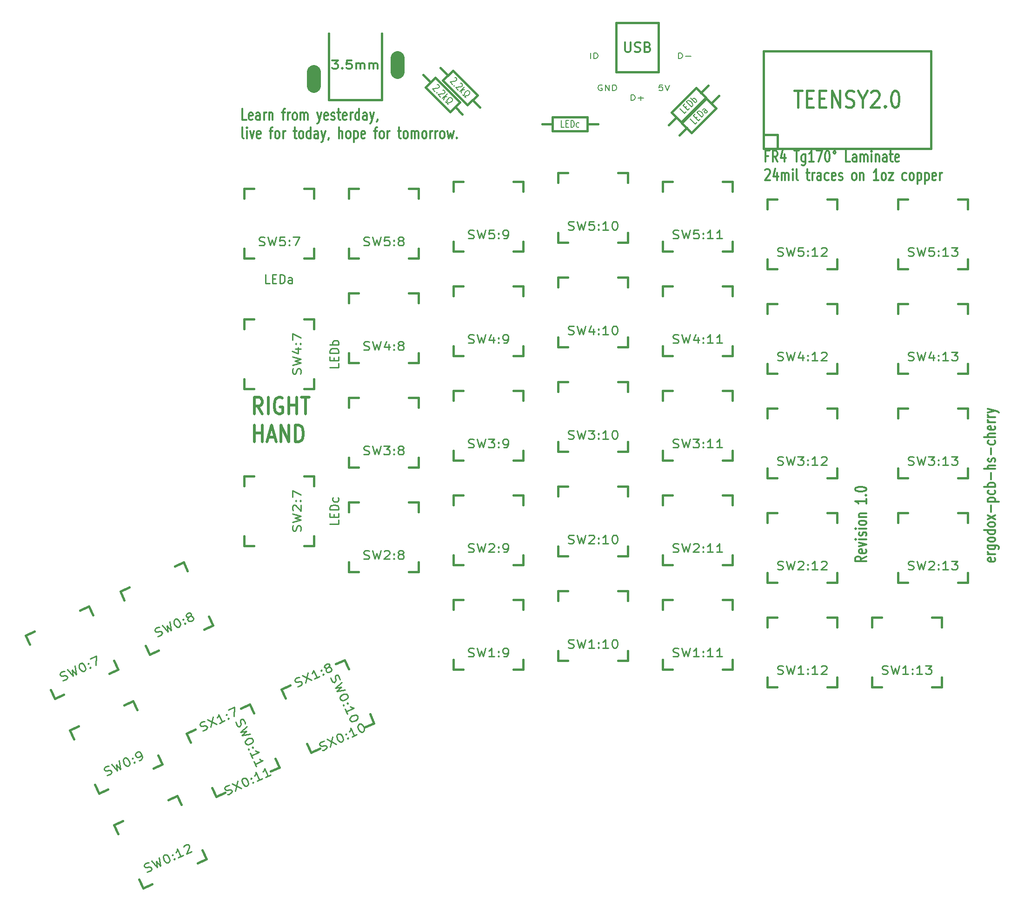
<source format=gbr>
G04 #@! TF.FileFunction,Legend,Top*
%FSLAX46Y46*%
G04 Gerber Fmt 4.6, Leading zero omitted, Abs format (unit mm)*
G04 Created by KiCad (PCBNEW 4.0.7) date *
%MOMM*%
%LPD*%
G01*
G04 APERTURE LIST*
%ADD10C,0.150000*%
%ADD11C,0.304800*%
%ADD12C,0.203200*%
%ADD13C,0.508000*%
%ADD14C,0.381000*%
%ADD15C,2.540000*%
%ADD16C,0.254000*%
%ADD17C,0.457200*%
G04 APERTURE END LIST*
D10*
D11*
X179354238Y-125766286D02*
X178386619Y-126274286D01*
X179354238Y-126637143D02*
X177322238Y-126637143D01*
X177322238Y-126056571D01*
X177419000Y-125911429D01*
X177515762Y-125838857D01*
X177709286Y-125766286D01*
X177999571Y-125766286D01*
X178193095Y-125838857D01*
X178289857Y-125911429D01*
X178386619Y-126056571D01*
X178386619Y-126637143D01*
X179257476Y-124532571D02*
X179354238Y-124677714D01*
X179354238Y-124968000D01*
X179257476Y-125113143D01*
X179063952Y-125185714D01*
X178289857Y-125185714D01*
X178096333Y-125113143D01*
X177999571Y-124968000D01*
X177999571Y-124677714D01*
X178096333Y-124532571D01*
X178289857Y-124460000D01*
X178483381Y-124460000D01*
X178676905Y-125185714D01*
X177999571Y-123952000D02*
X179354238Y-123589143D01*
X177999571Y-123226285D01*
X179354238Y-122645714D02*
X177999571Y-122645714D01*
X177322238Y-122645714D02*
X177419000Y-122718285D01*
X177515762Y-122645714D01*
X177419000Y-122573142D01*
X177322238Y-122645714D01*
X177515762Y-122645714D01*
X179257476Y-121992571D02*
X179354238Y-121847428D01*
X179354238Y-121557143D01*
X179257476Y-121412000D01*
X179063952Y-121339428D01*
X178967190Y-121339428D01*
X178773667Y-121412000D01*
X178676905Y-121557143D01*
X178676905Y-121774857D01*
X178580143Y-121920000D01*
X178386619Y-121992571D01*
X178289857Y-121992571D01*
X178096333Y-121920000D01*
X177999571Y-121774857D01*
X177999571Y-121557143D01*
X178096333Y-121412000D01*
X179354238Y-120686286D02*
X177999571Y-120686286D01*
X177322238Y-120686286D02*
X177419000Y-120758857D01*
X177515762Y-120686286D01*
X177419000Y-120613714D01*
X177322238Y-120686286D01*
X177515762Y-120686286D01*
X179354238Y-119742858D02*
X179257476Y-119888000D01*
X179160714Y-119960572D01*
X178967190Y-120033143D01*
X178386619Y-120033143D01*
X178193095Y-119960572D01*
X178096333Y-119888000D01*
X177999571Y-119742858D01*
X177999571Y-119525143D01*
X178096333Y-119380000D01*
X178193095Y-119307429D01*
X178386619Y-119234858D01*
X178967190Y-119234858D01*
X179160714Y-119307429D01*
X179257476Y-119380000D01*
X179354238Y-119525143D01*
X179354238Y-119742858D01*
X177999571Y-118581715D02*
X179354238Y-118581715D01*
X178193095Y-118581715D02*
X178096333Y-118509143D01*
X177999571Y-118364001D01*
X177999571Y-118146286D01*
X178096333Y-118001143D01*
X178289857Y-117928572D01*
X179354238Y-117928572D01*
X179354238Y-115243429D02*
X179354238Y-116114286D01*
X179354238Y-115678858D02*
X177322238Y-115678858D01*
X177612524Y-115824001D01*
X177806048Y-115969143D01*
X177902810Y-116114286D01*
X179160714Y-114590286D02*
X179257476Y-114517714D01*
X179354238Y-114590286D01*
X179257476Y-114662857D01*
X179160714Y-114590286D01*
X179354238Y-114590286D01*
X177322238Y-113574286D02*
X177322238Y-113429143D01*
X177419000Y-113284000D01*
X177515762Y-113211429D01*
X177709286Y-113138858D01*
X178096333Y-113066286D01*
X178580143Y-113066286D01*
X178967190Y-113138858D01*
X179160714Y-113211429D01*
X179257476Y-113284000D01*
X179354238Y-113429143D01*
X179354238Y-113574286D01*
X179257476Y-113719429D01*
X179160714Y-113792000D01*
X178967190Y-113864572D01*
X178580143Y-113937143D01*
X178096333Y-113937143D01*
X177709286Y-113864572D01*
X177515762Y-113792000D01*
X177419000Y-113719429D01*
X177322238Y-113574286D01*
D12*
X129159000Y-35003619D02*
X129159000Y-33987619D01*
X129763762Y-35003619D02*
X129763762Y-33987619D01*
X130066143Y-33987619D01*
X130247571Y-34036000D01*
X130368524Y-34132762D01*
X130429000Y-34229524D01*
X130489476Y-34423048D01*
X130489476Y-34568190D01*
X130429000Y-34761714D01*
X130368524Y-34858476D01*
X130247571Y-34955238D01*
X130066143Y-35003619D01*
X129763762Y-35003619D01*
X136549191Y-42623619D02*
X136549191Y-41607619D01*
X136851572Y-41607619D01*
X137033000Y-41656000D01*
X137153953Y-41752762D01*
X137214429Y-41849524D01*
X137274905Y-42043048D01*
X137274905Y-42188190D01*
X137214429Y-42381714D01*
X137153953Y-42478476D01*
X137033000Y-42575238D01*
X136851572Y-42623619D01*
X136549191Y-42623619D01*
X137819191Y-42236571D02*
X138786810Y-42236571D01*
X138303000Y-42623619D02*
X138303000Y-41849524D01*
X131239381Y-39878000D02*
X131118429Y-39829619D01*
X130937000Y-39829619D01*
X130755572Y-39878000D01*
X130634619Y-39974762D01*
X130574143Y-40071524D01*
X130513667Y-40265048D01*
X130513667Y-40410190D01*
X130574143Y-40603714D01*
X130634619Y-40700476D01*
X130755572Y-40797238D01*
X130937000Y-40845619D01*
X131057952Y-40845619D01*
X131239381Y-40797238D01*
X131299857Y-40748857D01*
X131299857Y-40410190D01*
X131057952Y-40410190D01*
X131844143Y-40845619D02*
X131844143Y-39829619D01*
X132569857Y-40845619D01*
X132569857Y-39829619D01*
X133174619Y-40845619D02*
X133174619Y-39829619D01*
X133477000Y-39829619D01*
X133658428Y-39878000D01*
X133779381Y-39974762D01*
X133839857Y-40071524D01*
X133900333Y-40265048D01*
X133900333Y-40410190D01*
X133839857Y-40603714D01*
X133779381Y-40700476D01*
X133658428Y-40797238D01*
X133477000Y-40845619D01*
X133174619Y-40845619D01*
X142252096Y-39829619D02*
X141647334Y-39829619D01*
X141586858Y-40313429D01*
X141647334Y-40265048D01*
X141768286Y-40216667D01*
X142070667Y-40216667D01*
X142191620Y-40265048D01*
X142252096Y-40313429D01*
X142312572Y-40410190D01*
X142312572Y-40652095D01*
X142252096Y-40748857D01*
X142191620Y-40797238D01*
X142070667Y-40845619D01*
X141768286Y-40845619D01*
X141647334Y-40797238D01*
X141586858Y-40748857D01*
X142675429Y-39829619D02*
X143098763Y-40845619D01*
X143522096Y-39829619D01*
X145182651Y-35003619D02*
X145182651Y-33987619D01*
X145485032Y-33987619D01*
X145666460Y-34036000D01*
X145787413Y-34132762D01*
X145847889Y-34229524D01*
X145908365Y-34423048D01*
X145908365Y-34568190D01*
X145847889Y-34761714D01*
X145787413Y-34858476D01*
X145666460Y-34955238D01*
X145485032Y-35003619D01*
X145182651Y-35003619D01*
X146452651Y-34616571D02*
X147420270Y-34616571D01*
D11*
X66493571Y-46232838D02*
X65767857Y-46232838D01*
X65767857Y-44200838D01*
X67582143Y-46136076D02*
X67437000Y-46232838D01*
X67146714Y-46232838D01*
X67001571Y-46136076D01*
X66929000Y-45942552D01*
X66929000Y-45168457D01*
X67001571Y-44974933D01*
X67146714Y-44878171D01*
X67437000Y-44878171D01*
X67582143Y-44974933D01*
X67654714Y-45168457D01*
X67654714Y-45361981D01*
X66929000Y-45555505D01*
X68961000Y-46232838D02*
X68961000Y-45168457D01*
X68888429Y-44974933D01*
X68743286Y-44878171D01*
X68453000Y-44878171D01*
X68307857Y-44974933D01*
X68961000Y-46136076D02*
X68815857Y-46232838D01*
X68453000Y-46232838D01*
X68307857Y-46136076D01*
X68235286Y-45942552D01*
X68235286Y-45749029D01*
X68307857Y-45555505D01*
X68453000Y-45458743D01*
X68815857Y-45458743D01*
X68961000Y-45361981D01*
X69686714Y-46232838D02*
X69686714Y-44878171D01*
X69686714Y-45265219D02*
X69759286Y-45071695D01*
X69831857Y-44974933D01*
X69977000Y-44878171D01*
X70122143Y-44878171D01*
X70630143Y-44878171D02*
X70630143Y-46232838D01*
X70630143Y-45071695D02*
X70702715Y-44974933D01*
X70847857Y-44878171D01*
X71065572Y-44878171D01*
X71210715Y-44974933D01*
X71283286Y-45168457D01*
X71283286Y-46232838D01*
X72952429Y-44878171D02*
X73533000Y-44878171D01*
X73170143Y-46232838D02*
X73170143Y-44491124D01*
X73242715Y-44297600D01*
X73387857Y-44200838D01*
X73533000Y-44200838D01*
X74041000Y-46232838D02*
X74041000Y-44878171D01*
X74041000Y-45265219D02*
X74113572Y-45071695D01*
X74186143Y-44974933D01*
X74331286Y-44878171D01*
X74476429Y-44878171D01*
X75202143Y-46232838D02*
X75057001Y-46136076D01*
X74984429Y-46039314D01*
X74911858Y-45845790D01*
X74911858Y-45265219D01*
X74984429Y-45071695D01*
X75057001Y-44974933D01*
X75202143Y-44878171D01*
X75419858Y-44878171D01*
X75565001Y-44974933D01*
X75637572Y-45071695D01*
X75710143Y-45265219D01*
X75710143Y-45845790D01*
X75637572Y-46039314D01*
X75565001Y-46136076D01*
X75419858Y-46232838D01*
X75202143Y-46232838D01*
X76363286Y-46232838D02*
X76363286Y-44878171D01*
X76363286Y-45071695D02*
X76435858Y-44974933D01*
X76581000Y-44878171D01*
X76798715Y-44878171D01*
X76943858Y-44974933D01*
X77016429Y-45168457D01*
X77016429Y-46232838D01*
X77016429Y-45168457D02*
X77089000Y-44974933D01*
X77234143Y-44878171D01*
X77451858Y-44878171D01*
X77597000Y-44974933D01*
X77669572Y-45168457D01*
X77669572Y-46232838D01*
X79411286Y-44878171D02*
X79774143Y-46232838D01*
X80137001Y-44878171D02*
X79774143Y-46232838D01*
X79629001Y-46716648D01*
X79556429Y-46813410D01*
X79411286Y-46910171D01*
X81298144Y-46136076D02*
X81153001Y-46232838D01*
X80862715Y-46232838D01*
X80717572Y-46136076D01*
X80645001Y-45942552D01*
X80645001Y-45168457D01*
X80717572Y-44974933D01*
X80862715Y-44878171D01*
X81153001Y-44878171D01*
X81298144Y-44974933D01*
X81370715Y-45168457D01*
X81370715Y-45361981D01*
X80645001Y-45555505D01*
X81951287Y-46136076D02*
X82096430Y-46232838D01*
X82386715Y-46232838D01*
X82531858Y-46136076D01*
X82604430Y-45942552D01*
X82604430Y-45845790D01*
X82531858Y-45652267D01*
X82386715Y-45555505D01*
X82169001Y-45555505D01*
X82023858Y-45458743D01*
X81951287Y-45265219D01*
X81951287Y-45168457D01*
X82023858Y-44974933D01*
X82169001Y-44878171D01*
X82386715Y-44878171D01*
X82531858Y-44974933D01*
X83039858Y-44878171D02*
X83620429Y-44878171D01*
X83257572Y-44200838D02*
X83257572Y-45942552D01*
X83330144Y-46136076D01*
X83475286Y-46232838D01*
X83620429Y-46232838D01*
X84709001Y-46136076D02*
X84563858Y-46232838D01*
X84273572Y-46232838D01*
X84128429Y-46136076D01*
X84055858Y-45942552D01*
X84055858Y-45168457D01*
X84128429Y-44974933D01*
X84273572Y-44878171D01*
X84563858Y-44878171D01*
X84709001Y-44974933D01*
X84781572Y-45168457D01*
X84781572Y-45361981D01*
X84055858Y-45555505D01*
X85434715Y-46232838D02*
X85434715Y-44878171D01*
X85434715Y-45265219D02*
X85507287Y-45071695D01*
X85579858Y-44974933D01*
X85725001Y-44878171D01*
X85870144Y-44878171D01*
X87031287Y-46232838D02*
X87031287Y-44200838D01*
X87031287Y-46136076D02*
X86886144Y-46232838D01*
X86595858Y-46232838D01*
X86450716Y-46136076D01*
X86378144Y-46039314D01*
X86305573Y-45845790D01*
X86305573Y-45265219D01*
X86378144Y-45071695D01*
X86450716Y-44974933D01*
X86595858Y-44878171D01*
X86886144Y-44878171D01*
X87031287Y-44974933D01*
X88410144Y-46232838D02*
X88410144Y-45168457D01*
X88337573Y-44974933D01*
X88192430Y-44878171D01*
X87902144Y-44878171D01*
X87757001Y-44974933D01*
X88410144Y-46136076D02*
X88265001Y-46232838D01*
X87902144Y-46232838D01*
X87757001Y-46136076D01*
X87684430Y-45942552D01*
X87684430Y-45749029D01*
X87757001Y-45555505D01*
X87902144Y-45458743D01*
X88265001Y-45458743D01*
X88410144Y-45361981D01*
X88990715Y-44878171D02*
X89353572Y-46232838D01*
X89716430Y-44878171D02*
X89353572Y-46232838D01*
X89208430Y-46716648D01*
X89135858Y-46813410D01*
X88990715Y-46910171D01*
X90369573Y-46136076D02*
X90369573Y-46232838D01*
X90297001Y-46426362D01*
X90224430Y-46523124D01*
X65985571Y-49585638D02*
X65840429Y-49488876D01*
X65767857Y-49295352D01*
X65767857Y-47553638D01*
X66566143Y-49585638D02*
X66566143Y-48230971D01*
X66566143Y-47553638D02*
X66493572Y-47650400D01*
X66566143Y-47747162D01*
X66638715Y-47650400D01*
X66566143Y-47553638D01*
X66566143Y-47747162D01*
X67146714Y-48230971D02*
X67509571Y-49585638D01*
X67872429Y-48230971D01*
X69033572Y-49488876D02*
X68888429Y-49585638D01*
X68598143Y-49585638D01*
X68453000Y-49488876D01*
X68380429Y-49295352D01*
X68380429Y-48521257D01*
X68453000Y-48327733D01*
X68598143Y-48230971D01*
X68888429Y-48230971D01*
X69033572Y-48327733D01*
X69106143Y-48521257D01*
X69106143Y-48714781D01*
X68380429Y-48908305D01*
X70702715Y-48230971D02*
X71283286Y-48230971D01*
X70920429Y-49585638D02*
X70920429Y-47843924D01*
X70993001Y-47650400D01*
X71138143Y-47553638D01*
X71283286Y-47553638D01*
X72009000Y-49585638D02*
X71863858Y-49488876D01*
X71791286Y-49392114D01*
X71718715Y-49198590D01*
X71718715Y-48618019D01*
X71791286Y-48424495D01*
X71863858Y-48327733D01*
X72009000Y-48230971D01*
X72226715Y-48230971D01*
X72371858Y-48327733D01*
X72444429Y-48424495D01*
X72517000Y-48618019D01*
X72517000Y-49198590D01*
X72444429Y-49392114D01*
X72371858Y-49488876D01*
X72226715Y-49585638D01*
X72009000Y-49585638D01*
X73170143Y-49585638D02*
X73170143Y-48230971D01*
X73170143Y-48618019D02*
X73242715Y-48424495D01*
X73315286Y-48327733D01*
X73460429Y-48230971D01*
X73605572Y-48230971D01*
X75057001Y-48230971D02*
X75637572Y-48230971D01*
X75274715Y-47553638D02*
X75274715Y-49295352D01*
X75347287Y-49488876D01*
X75492429Y-49585638D01*
X75637572Y-49585638D01*
X76363286Y-49585638D02*
X76218144Y-49488876D01*
X76145572Y-49392114D01*
X76073001Y-49198590D01*
X76073001Y-48618019D01*
X76145572Y-48424495D01*
X76218144Y-48327733D01*
X76363286Y-48230971D01*
X76581001Y-48230971D01*
X76726144Y-48327733D01*
X76798715Y-48424495D01*
X76871286Y-48618019D01*
X76871286Y-49198590D01*
X76798715Y-49392114D01*
X76726144Y-49488876D01*
X76581001Y-49585638D01*
X76363286Y-49585638D01*
X78177572Y-49585638D02*
X78177572Y-47553638D01*
X78177572Y-49488876D02*
X78032429Y-49585638D01*
X77742143Y-49585638D01*
X77597001Y-49488876D01*
X77524429Y-49392114D01*
X77451858Y-49198590D01*
X77451858Y-48618019D01*
X77524429Y-48424495D01*
X77597001Y-48327733D01*
X77742143Y-48230971D01*
X78032429Y-48230971D01*
X78177572Y-48327733D01*
X79556429Y-49585638D02*
X79556429Y-48521257D01*
X79483858Y-48327733D01*
X79338715Y-48230971D01*
X79048429Y-48230971D01*
X78903286Y-48327733D01*
X79556429Y-49488876D02*
X79411286Y-49585638D01*
X79048429Y-49585638D01*
X78903286Y-49488876D01*
X78830715Y-49295352D01*
X78830715Y-49101829D01*
X78903286Y-48908305D01*
X79048429Y-48811543D01*
X79411286Y-48811543D01*
X79556429Y-48714781D01*
X80137000Y-48230971D02*
X80499857Y-49585638D01*
X80862715Y-48230971D02*
X80499857Y-49585638D01*
X80354715Y-50069448D01*
X80282143Y-50166210D01*
X80137000Y-50262971D01*
X81515858Y-49488876D02*
X81515858Y-49585638D01*
X81443286Y-49779162D01*
X81370715Y-49875924D01*
X83330143Y-49585638D02*
X83330143Y-47553638D01*
X83983286Y-49585638D02*
X83983286Y-48521257D01*
X83910715Y-48327733D01*
X83765572Y-48230971D01*
X83547857Y-48230971D01*
X83402715Y-48327733D01*
X83330143Y-48424495D01*
X84926714Y-49585638D02*
X84781572Y-49488876D01*
X84709000Y-49392114D01*
X84636429Y-49198590D01*
X84636429Y-48618019D01*
X84709000Y-48424495D01*
X84781572Y-48327733D01*
X84926714Y-48230971D01*
X85144429Y-48230971D01*
X85289572Y-48327733D01*
X85362143Y-48424495D01*
X85434714Y-48618019D01*
X85434714Y-49198590D01*
X85362143Y-49392114D01*
X85289572Y-49488876D01*
X85144429Y-49585638D01*
X84926714Y-49585638D01*
X86087857Y-48230971D02*
X86087857Y-50262971D01*
X86087857Y-48327733D02*
X86233000Y-48230971D01*
X86523286Y-48230971D01*
X86668429Y-48327733D01*
X86741000Y-48424495D01*
X86813571Y-48618019D01*
X86813571Y-49198590D01*
X86741000Y-49392114D01*
X86668429Y-49488876D01*
X86523286Y-49585638D01*
X86233000Y-49585638D01*
X86087857Y-49488876D01*
X88047286Y-49488876D02*
X87902143Y-49585638D01*
X87611857Y-49585638D01*
X87466714Y-49488876D01*
X87394143Y-49295352D01*
X87394143Y-48521257D01*
X87466714Y-48327733D01*
X87611857Y-48230971D01*
X87902143Y-48230971D01*
X88047286Y-48327733D01*
X88119857Y-48521257D01*
X88119857Y-48714781D01*
X87394143Y-48908305D01*
X89716429Y-48230971D02*
X90297000Y-48230971D01*
X89934143Y-49585638D02*
X89934143Y-47843924D01*
X90006715Y-47650400D01*
X90151857Y-47553638D01*
X90297000Y-47553638D01*
X91022714Y-49585638D02*
X90877572Y-49488876D01*
X90805000Y-49392114D01*
X90732429Y-49198590D01*
X90732429Y-48618019D01*
X90805000Y-48424495D01*
X90877572Y-48327733D01*
X91022714Y-48230971D01*
X91240429Y-48230971D01*
X91385572Y-48327733D01*
X91458143Y-48424495D01*
X91530714Y-48618019D01*
X91530714Y-49198590D01*
X91458143Y-49392114D01*
X91385572Y-49488876D01*
X91240429Y-49585638D01*
X91022714Y-49585638D01*
X92183857Y-49585638D02*
X92183857Y-48230971D01*
X92183857Y-48618019D02*
X92256429Y-48424495D01*
X92329000Y-48327733D01*
X92474143Y-48230971D01*
X92619286Y-48230971D01*
X94070715Y-48230971D02*
X94651286Y-48230971D01*
X94288429Y-47553638D02*
X94288429Y-49295352D01*
X94361001Y-49488876D01*
X94506143Y-49585638D01*
X94651286Y-49585638D01*
X95377000Y-49585638D02*
X95231858Y-49488876D01*
X95159286Y-49392114D01*
X95086715Y-49198590D01*
X95086715Y-48618019D01*
X95159286Y-48424495D01*
X95231858Y-48327733D01*
X95377000Y-48230971D01*
X95594715Y-48230971D01*
X95739858Y-48327733D01*
X95812429Y-48424495D01*
X95885000Y-48618019D01*
X95885000Y-49198590D01*
X95812429Y-49392114D01*
X95739858Y-49488876D01*
X95594715Y-49585638D01*
X95377000Y-49585638D01*
X96538143Y-49585638D02*
X96538143Y-48230971D01*
X96538143Y-48424495D02*
X96610715Y-48327733D01*
X96755857Y-48230971D01*
X96973572Y-48230971D01*
X97118715Y-48327733D01*
X97191286Y-48521257D01*
X97191286Y-49585638D01*
X97191286Y-48521257D02*
X97263857Y-48327733D01*
X97409000Y-48230971D01*
X97626715Y-48230971D01*
X97771857Y-48327733D01*
X97844429Y-48521257D01*
X97844429Y-49585638D01*
X98787857Y-49585638D02*
X98642715Y-49488876D01*
X98570143Y-49392114D01*
X98497572Y-49198590D01*
X98497572Y-48618019D01*
X98570143Y-48424495D01*
X98642715Y-48327733D01*
X98787857Y-48230971D01*
X99005572Y-48230971D01*
X99150715Y-48327733D01*
X99223286Y-48424495D01*
X99295857Y-48618019D01*
X99295857Y-49198590D01*
X99223286Y-49392114D01*
X99150715Y-49488876D01*
X99005572Y-49585638D01*
X98787857Y-49585638D01*
X99949000Y-49585638D02*
X99949000Y-48230971D01*
X99949000Y-48618019D02*
X100021572Y-48424495D01*
X100094143Y-48327733D01*
X100239286Y-48230971D01*
X100384429Y-48230971D01*
X100892429Y-49585638D02*
X100892429Y-48230971D01*
X100892429Y-48618019D02*
X100965001Y-48424495D01*
X101037572Y-48327733D01*
X101182715Y-48230971D01*
X101327858Y-48230971D01*
X102053572Y-49585638D02*
X101908430Y-49488876D01*
X101835858Y-49392114D01*
X101763287Y-49198590D01*
X101763287Y-48618019D01*
X101835858Y-48424495D01*
X101908430Y-48327733D01*
X102053572Y-48230971D01*
X102271287Y-48230971D01*
X102416430Y-48327733D01*
X102489001Y-48424495D01*
X102561572Y-48618019D01*
X102561572Y-49198590D01*
X102489001Y-49392114D01*
X102416430Y-49488876D01*
X102271287Y-49585638D01*
X102053572Y-49585638D01*
X103069572Y-48230971D02*
X103359858Y-49585638D01*
X103650144Y-48618019D01*
X103940429Y-49585638D01*
X104230715Y-48230971D01*
X104811286Y-49392114D02*
X104883858Y-49488876D01*
X104811286Y-49585638D01*
X104738715Y-49488876D01*
X104811286Y-49392114D01*
X104811286Y-49585638D01*
D13*
X69366190Y-99803857D02*
X68519524Y-98352429D01*
X67914762Y-99803857D02*
X67914762Y-96755857D01*
X68882381Y-96755857D01*
X69124286Y-96901000D01*
X69245238Y-97046143D01*
X69366190Y-97336429D01*
X69366190Y-97771857D01*
X69245238Y-98062143D01*
X69124286Y-98207286D01*
X68882381Y-98352429D01*
X67914762Y-98352429D01*
X70454762Y-99803857D02*
X70454762Y-96755857D01*
X72994762Y-96901000D02*
X72752857Y-96755857D01*
X72390000Y-96755857D01*
X72027143Y-96901000D01*
X71785238Y-97191286D01*
X71664286Y-97481571D01*
X71543334Y-98062143D01*
X71543334Y-98497571D01*
X71664286Y-99078143D01*
X71785238Y-99368429D01*
X72027143Y-99658714D01*
X72390000Y-99803857D01*
X72631905Y-99803857D01*
X72994762Y-99658714D01*
X73115714Y-99513571D01*
X73115714Y-98497571D01*
X72631905Y-98497571D01*
X74204286Y-99803857D02*
X74204286Y-96755857D01*
X74204286Y-98207286D02*
X75655714Y-98207286D01*
X75655714Y-99803857D02*
X75655714Y-96755857D01*
X76502381Y-96755857D02*
X77953809Y-96755857D01*
X77228095Y-99803857D02*
X77228095Y-96755857D01*
X67914762Y-104883857D02*
X67914762Y-101835857D01*
X67914762Y-103287286D02*
X69366190Y-103287286D01*
X69366190Y-104883857D02*
X69366190Y-101835857D01*
X70454762Y-104013000D02*
X71664285Y-104013000D01*
X70212857Y-104883857D02*
X71059523Y-101835857D01*
X71906190Y-104883857D01*
X72752857Y-104883857D02*
X72752857Y-101835857D01*
X74204285Y-104883857D01*
X74204285Y-101835857D01*
X75413809Y-104883857D02*
X75413809Y-101835857D01*
X76018571Y-101835857D01*
X76381428Y-101981000D01*
X76623333Y-102271286D01*
X76744285Y-102561571D01*
X76865237Y-103142143D01*
X76865237Y-103577571D01*
X76744285Y-104158143D01*
X76623333Y-104448429D01*
X76381428Y-104738714D01*
X76018571Y-104883857D01*
X75413809Y-104883857D01*
D11*
X161525857Y-52788457D02*
X161017857Y-52788457D01*
X161017857Y-53852838D02*
X161017857Y-51820838D01*
X161743571Y-51820838D01*
X163195000Y-53852838D02*
X162687000Y-52885219D01*
X162324143Y-53852838D02*
X162324143Y-51820838D01*
X162904715Y-51820838D01*
X163049857Y-51917600D01*
X163122429Y-52014362D01*
X163195000Y-52207886D01*
X163195000Y-52498171D01*
X163122429Y-52691695D01*
X163049857Y-52788457D01*
X162904715Y-52885219D01*
X162324143Y-52885219D01*
X164501286Y-52498171D02*
X164501286Y-53852838D01*
X164138429Y-51724076D02*
X163775572Y-53175505D01*
X164719000Y-53175505D01*
X166243001Y-51820838D02*
X167113858Y-51820838D01*
X166678429Y-53852838D02*
X166678429Y-51820838D01*
X168275001Y-52498171D02*
X168275001Y-54143124D01*
X168202430Y-54336648D01*
X168129858Y-54433410D01*
X167984715Y-54530171D01*
X167767001Y-54530171D01*
X167621858Y-54433410D01*
X168275001Y-53756076D02*
X168129858Y-53852838D01*
X167839572Y-53852838D01*
X167694430Y-53756076D01*
X167621858Y-53659314D01*
X167549287Y-53465790D01*
X167549287Y-52885219D01*
X167621858Y-52691695D01*
X167694430Y-52594933D01*
X167839572Y-52498171D01*
X168129858Y-52498171D01*
X168275001Y-52594933D01*
X169799001Y-53852838D02*
X168928144Y-53852838D01*
X169363572Y-53852838D02*
X169363572Y-51820838D01*
X169218429Y-52111124D01*
X169073287Y-52304648D01*
X168928144Y-52401410D01*
X170307001Y-51820838D02*
X171323001Y-51820838D01*
X170669858Y-53852838D01*
X172193859Y-51820838D02*
X172339002Y-51820838D01*
X172484145Y-51917600D01*
X172556716Y-52014362D01*
X172629287Y-52207886D01*
X172701859Y-52594933D01*
X172701859Y-53078743D01*
X172629287Y-53465790D01*
X172556716Y-53659314D01*
X172484145Y-53756076D01*
X172339002Y-53852838D01*
X172193859Y-53852838D01*
X172048716Y-53756076D01*
X171976145Y-53659314D01*
X171903573Y-53465790D01*
X171831002Y-53078743D01*
X171831002Y-52594933D01*
X171903573Y-52207886D01*
X171976145Y-52014362D01*
X172048716Y-51917600D01*
X172193859Y-51820838D01*
X173572716Y-51820838D02*
X173427574Y-51917600D01*
X173355002Y-52111124D01*
X173427574Y-52304648D01*
X173572716Y-52401410D01*
X173717859Y-52304648D01*
X173790431Y-52111124D01*
X173717859Y-51917600D01*
X173572716Y-51820838D01*
X176403002Y-53852838D02*
X175677288Y-53852838D01*
X175677288Y-51820838D01*
X177564145Y-53852838D02*
X177564145Y-52788457D01*
X177491574Y-52594933D01*
X177346431Y-52498171D01*
X177056145Y-52498171D01*
X176911002Y-52594933D01*
X177564145Y-53756076D02*
X177419002Y-53852838D01*
X177056145Y-53852838D01*
X176911002Y-53756076D01*
X176838431Y-53562552D01*
X176838431Y-53369029D01*
X176911002Y-53175505D01*
X177056145Y-53078743D01*
X177419002Y-53078743D01*
X177564145Y-52981981D01*
X178289859Y-53852838D02*
X178289859Y-52498171D01*
X178289859Y-52691695D02*
X178362431Y-52594933D01*
X178507573Y-52498171D01*
X178725288Y-52498171D01*
X178870431Y-52594933D01*
X178943002Y-52788457D01*
X178943002Y-53852838D01*
X178943002Y-52788457D02*
X179015573Y-52594933D01*
X179160716Y-52498171D01*
X179378431Y-52498171D01*
X179523573Y-52594933D01*
X179596145Y-52788457D01*
X179596145Y-53852838D01*
X180321859Y-53852838D02*
X180321859Y-52498171D01*
X180321859Y-51820838D02*
X180249288Y-51917600D01*
X180321859Y-52014362D01*
X180394431Y-51917600D01*
X180321859Y-51820838D01*
X180321859Y-52014362D01*
X181047573Y-52498171D02*
X181047573Y-53852838D01*
X181047573Y-52691695D02*
X181120145Y-52594933D01*
X181265287Y-52498171D01*
X181483002Y-52498171D01*
X181628145Y-52594933D01*
X181700716Y-52788457D01*
X181700716Y-53852838D01*
X183079573Y-53852838D02*
X183079573Y-52788457D01*
X183007002Y-52594933D01*
X182861859Y-52498171D01*
X182571573Y-52498171D01*
X182426430Y-52594933D01*
X183079573Y-53756076D02*
X182934430Y-53852838D01*
X182571573Y-53852838D01*
X182426430Y-53756076D01*
X182353859Y-53562552D01*
X182353859Y-53369029D01*
X182426430Y-53175505D01*
X182571573Y-53078743D01*
X182934430Y-53078743D01*
X183079573Y-52981981D01*
X183587573Y-52498171D02*
X184168144Y-52498171D01*
X183805287Y-51820838D02*
X183805287Y-53562552D01*
X183877859Y-53756076D01*
X184023001Y-53852838D01*
X184168144Y-53852838D01*
X185256716Y-53756076D02*
X185111573Y-53852838D01*
X184821287Y-53852838D01*
X184676144Y-53756076D01*
X184603573Y-53562552D01*
X184603573Y-52788457D01*
X184676144Y-52594933D01*
X184821287Y-52498171D01*
X185111573Y-52498171D01*
X185256716Y-52594933D01*
X185329287Y-52788457D01*
X185329287Y-52981981D01*
X184603573Y-53175505D01*
X160945286Y-55367162D02*
X161017857Y-55270400D01*
X161163000Y-55173638D01*
X161525857Y-55173638D01*
X161671000Y-55270400D01*
X161743571Y-55367162D01*
X161816143Y-55560686D01*
X161816143Y-55754210D01*
X161743571Y-56044495D01*
X160872714Y-57205638D01*
X161816143Y-57205638D01*
X163122429Y-55850971D02*
X163122429Y-57205638D01*
X162759572Y-55076876D02*
X162396715Y-56528305D01*
X163340143Y-56528305D01*
X163920715Y-57205638D02*
X163920715Y-55850971D01*
X163920715Y-56044495D02*
X163993287Y-55947733D01*
X164138429Y-55850971D01*
X164356144Y-55850971D01*
X164501287Y-55947733D01*
X164573858Y-56141257D01*
X164573858Y-57205638D01*
X164573858Y-56141257D02*
X164646429Y-55947733D01*
X164791572Y-55850971D01*
X165009287Y-55850971D01*
X165154429Y-55947733D01*
X165227001Y-56141257D01*
X165227001Y-57205638D01*
X165952715Y-57205638D02*
X165952715Y-55850971D01*
X165952715Y-55173638D02*
X165880144Y-55270400D01*
X165952715Y-55367162D01*
X166025287Y-55270400D01*
X165952715Y-55173638D01*
X165952715Y-55367162D01*
X166896143Y-57205638D02*
X166751001Y-57108876D01*
X166678429Y-56915352D01*
X166678429Y-55173638D01*
X168420144Y-55850971D02*
X169000715Y-55850971D01*
X168637858Y-55173638D02*
X168637858Y-56915352D01*
X168710430Y-57108876D01*
X168855572Y-57205638D01*
X169000715Y-57205638D01*
X169508715Y-57205638D02*
X169508715Y-55850971D01*
X169508715Y-56238019D02*
X169581287Y-56044495D01*
X169653858Y-55947733D01*
X169799001Y-55850971D01*
X169944144Y-55850971D01*
X171105287Y-57205638D02*
X171105287Y-56141257D01*
X171032716Y-55947733D01*
X170887573Y-55850971D01*
X170597287Y-55850971D01*
X170452144Y-55947733D01*
X171105287Y-57108876D02*
X170960144Y-57205638D01*
X170597287Y-57205638D01*
X170452144Y-57108876D01*
X170379573Y-56915352D01*
X170379573Y-56721829D01*
X170452144Y-56528305D01*
X170597287Y-56431543D01*
X170960144Y-56431543D01*
X171105287Y-56334781D01*
X172484144Y-57108876D02*
X172339001Y-57205638D01*
X172048715Y-57205638D01*
X171903573Y-57108876D01*
X171831001Y-57012114D01*
X171758430Y-56818590D01*
X171758430Y-56238019D01*
X171831001Y-56044495D01*
X171903573Y-55947733D01*
X172048715Y-55850971D01*
X172339001Y-55850971D01*
X172484144Y-55947733D01*
X173717859Y-57108876D02*
X173572716Y-57205638D01*
X173282430Y-57205638D01*
X173137287Y-57108876D01*
X173064716Y-56915352D01*
X173064716Y-56141257D01*
X173137287Y-55947733D01*
X173282430Y-55850971D01*
X173572716Y-55850971D01*
X173717859Y-55947733D01*
X173790430Y-56141257D01*
X173790430Y-56334781D01*
X173064716Y-56528305D01*
X174371002Y-57108876D02*
X174516145Y-57205638D01*
X174806430Y-57205638D01*
X174951573Y-57108876D01*
X175024145Y-56915352D01*
X175024145Y-56818590D01*
X174951573Y-56625067D01*
X174806430Y-56528305D01*
X174588716Y-56528305D01*
X174443573Y-56431543D01*
X174371002Y-56238019D01*
X174371002Y-56141257D01*
X174443573Y-55947733D01*
X174588716Y-55850971D01*
X174806430Y-55850971D01*
X174951573Y-55947733D01*
X177056144Y-57205638D02*
X176911002Y-57108876D01*
X176838430Y-57012114D01*
X176765859Y-56818590D01*
X176765859Y-56238019D01*
X176838430Y-56044495D01*
X176911002Y-55947733D01*
X177056144Y-55850971D01*
X177273859Y-55850971D01*
X177419002Y-55947733D01*
X177491573Y-56044495D01*
X177564144Y-56238019D01*
X177564144Y-56818590D01*
X177491573Y-57012114D01*
X177419002Y-57108876D01*
X177273859Y-57205638D01*
X177056144Y-57205638D01*
X178217287Y-55850971D02*
X178217287Y-57205638D01*
X178217287Y-56044495D02*
X178289859Y-55947733D01*
X178435001Y-55850971D01*
X178652716Y-55850971D01*
X178797859Y-55947733D01*
X178870430Y-56141257D01*
X178870430Y-57205638D01*
X181555573Y-57205638D02*
X180684716Y-57205638D01*
X181120144Y-57205638D02*
X181120144Y-55173638D01*
X180975001Y-55463924D01*
X180829859Y-55657448D01*
X180684716Y-55754210D01*
X182426430Y-57205638D02*
X182281288Y-57108876D01*
X182208716Y-57012114D01*
X182136145Y-56818590D01*
X182136145Y-56238019D01*
X182208716Y-56044495D01*
X182281288Y-55947733D01*
X182426430Y-55850971D01*
X182644145Y-55850971D01*
X182789288Y-55947733D01*
X182861859Y-56044495D01*
X182934430Y-56238019D01*
X182934430Y-56818590D01*
X182861859Y-57012114D01*
X182789288Y-57108876D01*
X182644145Y-57205638D01*
X182426430Y-57205638D01*
X183442430Y-55850971D02*
X184240716Y-55850971D01*
X183442430Y-57205638D01*
X184240716Y-57205638D01*
X186635573Y-57108876D02*
X186490430Y-57205638D01*
X186200144Y-57205638D01*
X186055002Y-57108876D01*
X185982430Y-57012114D01*
X185909859Y-56818590D01*
X185909859Y-56238019D01*
X185982430Y-56044495D01*
X186055002Y-55947733D01*
X186200144Y-55850971D01*
X186490430Y-55850971D01*
X186635573Y-55947733D01*
X187506430Y-57205638D02*
X187361288Y-57108876D01*
X187288716Y-57012114D01*
X187216145Y-56818590D01*
X187216145Y-56238019D01*
X187288716Y-56044495D01*
X187361288Y-55947733D01*
X187506430Y-55850971D01*
X187724145Y-55850971D01*
X187869288Y-55947733D01*
X187941859Y-56044495D01*
X188014430Y-56238019D01*
X188014430Y-56818590D01*
X187941859Y-57012114D01*
X187869288Y-57108876D01*
X187724145Y-57205638D01*
X187506430Y-57205638D01*
X188667573Y-55850971D02*
X188667573Y-57882971D01*
X188667573Y-55947733D02*
X188812716Y-55850971D01*
X189103002Y-55850971D01*
X189248145Y-55947733D01*
X189320716Y-56044495D01*
X189393287Y-56238019D01*
X189393287Y-56818590D01*
X189320716Y-57012114D01*
X189248145Y-57108876D01*
X189103002Y-57205638D01*
X188812716Y-57205638D01*
X188667573Y-57108876D01*
X190046430Y-55850971D02*
X190046430Y-57882971D01*
X190046430Y-55947733D02*
X190191573Y-55850971D01*
X190481859Y-55850971D01*
X190627002Y-55947733D01*
X190699573Y-56044495D01*
X190772144Y-56238019D01*
X190772144Y-56818590D01*
X190699573Y-57012114D01*
X190627002Y-57108876D01*
X190481859Y-57205638D01*
X190191573Y-57205638D01*
X190046430Y-57108876D01*
X192005859Y-57108876D02*
X191860716Y-57205638D01*
X191570430Y-57205638D01*
X191425287Y-57108876D01*
X191352716Y-56915352D01*
X191352716Y-56141257D01*
X191425287Y-55947733D01*
X191570430Y-55850971D01*
X191860716Y-55850971D01*
X192005859Y-55947733D01*
X192078430Y-56141257D01*
X192078430Y-56334781D01*
X191352716Y-56528305D01*
X192731573Y-57205638D02*
X192731573Y-55850971D01*
X192731573Y-56238019D02*
X192804145Y-56044495D01*
X192876716Y-55947733D01*
X193021859Y-55850971D01*
X193167002Y-55850971D01*
X202752476Y-126056571D02*
X202849238Y-126201714D01*
X202849238Y-126492000D01*
X202752476Y-126637143D01*
X202558952Y-126709714D01*
X201784857Y-126709714D01*
X201591333Y-126637143D01*
X201494571Y-126492000D01*
X201494571Y-126201714D01*
X201591333Y-126056571D01*
X201784857Y-125984000D01*
X201978381Y-125984000D01*
X202171905Y-126709714D01*
X202849238Y-125330857D02*
X201494571Y-125330857D01*
X201881619Y-125330857D02*
X201688095Y-125258285D01*
X201591333Y-125185714D01*
X201494571Y-125040571D01*
X201494571Y-124895428D01*
X201494571Y-123734285D02*
X203139524Y-123734285D01*
X203333048Y-123806856D01*
X203429810Y-123879428D01*
X203526571Y-124024571D01*
X203526571Y-124242285D01*
X203429810Y-124387428D01*
X202752476Y-123734285D02*
X202849238Y-123879428D01*
X202849238Y-124169714D01*
X202752476Y-124314856D01*
X202655714Y-124387428D01*
X202462190Y-124459999D01*
X201881619Y-124459999D01*
X201688095Y-124387428D01*
X201591333Y-124314856D01*
X201494571Y-124169714D01*
X201494571Y-123879428D01*
X201591333Y-123734285D01*
X202849238Y-122790857D02*
X202752476Y-122935999D01*
X202655714Y-123008571D01*
X202462190Y-123081142D01*
X201881619Y-123081142D01*
X201688095Y-123008571D01*
X201591333Y-122935999D01*
X201494571Y-122790857D01*
X201494571Y-122573142D01*
X201591333Y-122427999D01*
X201688095Y-122355428D01*
X201881619Y-122282857D01*
X202462190Y-122282857D01*
X202655714Y-122355428D01*
X202752476Y-122427999D01*
X202849238Y-122573142D01*
X202849238Y-122790857D01*
X202849238Y-120976571D02*
X200817238Y-120976571D01*
X202752476Y-120976571D02*
X202849238Y-121121714D01*
X202849238Y-121412000D01*
X202752476Y-121557142D01*
X202655714Y-121629714D01*
X202462190Y-121702285D01*
X201881619Y-121702285D01*
X201688095Y-121629714D01*
X201591333Y-121557142D01*
X201494571Y-121412000D01*
X201494571Y-121121714D01*
X201591333Y-120976571D01*
X202849238Y-120033143D02*
X202752476Y-120178285D01*
X202655714Y-120250857D01*
X202462190Y-120323428D01*
X201881619Y-120323428D01*
X201688095Y-120250857D01*
X201591333Y-120178285D01*
X201494571Y-120033143D01*
X201494571Y-119815428D01*
X201591333Y-119670285D01*
X201688095Y-119597714D01*
X201881619Y-119525143D01*
X202462190Y-119525143D01*
X202655714Y-119597714D01*
X202752476Y-119670285D01*
X202849238Y-119815428D01*
X202849238Y-120033143D01*
X202849238Y-119017143D02*
X201494571Y-118218857D01*
X201494571Y-119017143D02*
X202849238Y-118218857D01*
X202075143Y-117638286D02*
X202075143Y-116477143D01*
X201494571Y-115751429D02*
X203526571Y-115751429D01*
X201591333Y-115751429D02*
X201494571Y-115606286D01*
X201494571Y-115316000D01*
X201591333Y-115170857D01*
X201688095Y-115098286D01*
X201881619Y-115025715D01*
X202462190Y-115025715D01*
X202655714Y-115098286D01*
X202752476Y-115170857D01*
X202849238Y-115316000D01*
X202849238Y-115606286D01*
X202752476Y-115751429D01*
X202752476Y-113719429D02*
X202849238Y-113864572D01*
X202849238Y-114154858D01*
X202752476Y-114300000D01*
X202655714Y-114372572D01*
X202462190Y-114445143D01*
X201881619Y-114445143D01*
X201688095Y-114372572D01*
X201591333Y-114300000D01*
X201494571Y-114154858D01*
X201494571Y-113864572D01*
X201591333Y-113719429D01*
X202849238Y-113066286D02*
X200817238Y-113066286D01*
X201591333Y-113066286D02*
X201494571Y-112921143D01*
X201494571Y-112630857D01*
X201591333Y-112485714D01*
X201688095Y-112413143D01*
X201881619Y-112340572D01*
X202462190Y-112340572D01*
X202655714Y-112413143D01*
X202752476Y-112485714D01*
X202849238Y-112630857D01*
X202849238Y-112921143D01*
X202752476Y-113066286D01*
X202075143Y-111687429D02*
X202075143Y-110526286D01*
X202849238Y-109800572D02*
X200817238Y-109800572D01*
X202849238Y-109147429D02*
X201784857Y-109147429D01*
X201591333Y-109220000D01*
X201494571Y-109365143D01*
X201494571Y-109582858D01*
X201591333Y-109728000D01*
X201688095Y-109800572D01*
X202752476Y-108494286D02*
X202849238Y-108349143D01*
X202849238Y-108058858D01*
X202752476Y-107913715D01*
X202558952Y-107841143D01*
X202462190Y-107841143D01*
X202268667Y-107913715D01*
X202171905Y-108058858D01*
X202171905Y-108276572D01*
X202075143Y-108421715D01*
X201881619Y-108494286D01*
X201784857Y-108494286D01*
X201591333Y-108421715D01*
X201494571Y-108276572D01*
X201494571Y-108058858D01*
X201591333Y-107913715D01*
X202075143Y-107188001D02*
X202075143Y-106026858D01*
X202752476Y-104648001D02*
X202849238Y-104793144D01*
X202849238Y-105083430D01*
X202752476Y-105228572D01*
X202655714Y-105301144D01*
X202462190Y-105373715D01*
X201881619Y-105373715D01*
X201688095Y-105301144D01*
X201591333Y-105228572D01*
X201494571Y-105083430D01*
X201494571Y-104793144D01*
X201591333Y-104648001D01*
X202849238Y-103994858D02*
X200817238Y-103994858D01*
X202849238Y-103341715D02*
X201784857Y-103341715D01*
X201591333Y-103414286D01*
X201494571Y-103559429D01*
X201494571Y-103777144D01*
X201591333Y-103922286D01*
X201688095Y-103994858D01*
X202752476Y-102035429D02*
X202849238Y-102180572D01*
X202849238Y-102470858D01*
X202752476Y-102616001D01*
X202558952Y-102688572D01*
X201784857Y-102688572D01*
X201591333Y-102616001D01*
X201494571Y-102470858D01*
X201494571Y-102180572D01*
X201591333Y-102035429D01*
X201784857Y-101962858D01*
X201978381Y-101962858D01*
X202171905Y-102688572D01*
X202849238Y-101309715D02*
X201494571Y-101309715D01*
X201881619Y-101309715D02*
X201688095Y-101237143D01*
X201591333Y-101164572D01*
X201494571Y-101019429D01*
X201494571Y-100874286D01*
X202849238Y-100366286D02*
X201494571Y-100366286D01*
X201881619Y-100366286D02*
X201688095Y-100293714D01*
X201591333Y-100221143D01*
X201494571Y-100076000D01*
X201494571Y-99930857D01*
X201494571Y-99568000D02*
X202849238Y-99205143D01*
X201494571Y-98842285D02*
X202849238Y-99205143D01*
X203333048Y-99350285D01*
X203429810Y-99422857D01*
X203526571Y-99568000D01*
D14*
X141493240Y-28481020D02*
X141493240Y-37480240D01*
X141493240Y-37480240D02*
X133791960Y-37480240D01*
X133791960Y-37480240D02*
X133791960Y-28481020D01*
X133791960Y-28481020D02*
X141493240Y-28481020D01*
X152050590Y-44055462D02*
X147560462Y-48545590D01*
X147560462Y-48545590D02*
X145764410Y-46749538D01*
X145764410Y-46749538D02*
X150254538Y-42259410D01*
X150254538Y-42259410D02*
X152050590Y-44055462D01*
X145315398Y-48994602D02*
X146662436Y-47647564D01*
X152499602Y-41810398D02*
X151152564Y-43157436D01*
X150145590Y-42150462D02*
X145655462Y-46640590D01*
X145655462Y-46640590D02*
X143859410Y-44844538D01*
X143859410Y-44844538D02*
X148349538Y-40354410D01*
X148349538Y-40354410D02*
X150145590Y-42150462D01*
X143410398Y-47089602D02*
X144757436Y-45742564D01*
X150594602Y-39905398D02*
X149247564Y-41252436D01*
X128587500Y-48260000D02*
X122237500Y-48260000D01*
X122237500Y-48260000D02*
X122237500Y-45720000D01*
X122237500Y-45720000D02*
X128587500Y-45720000D01*
X128587500Y-45720000D02*
X128587500Y-48260000D01*
X120332500Y-46990000D02*
X122237500Y-46990000D01*
X130492500Y-46990000D02*
X128587500Y-46990000D01*
X104062962Y-37179410D02*
X108553090Y-41669538D01*
X108553090Y-41669538D02*
X106757038Y-43465590D01*
X106757038Y-43465590D02*
X102266910Y-38975462D01*
X102266910Y-38975462D02*
X104062962Y-37179410D01*
X109002102Y-43914602D02*
X107655064Y-42567564D01*
X101817898Y-36730398D02*
X103164936Y-38077436D01*
X100887962Y-38449410D02*
X105378090Y-42939538D01*
X105378090Y-42939538D02*
X103582038Y-44735590D01*
X103582038Y-44735590D02*
X99091910Y-40245462D01*
X99091910Y-40245462D02*
X100887962Y-38449410D01*
X105827102Y-45184602D02*
X104480064Y-43837564D01*
X98642898Y-38000398D02*
X99989936Y-39347436D01*
D15*
X78740000Y-40005000D02*
X78740000Y-37465000D01*
X93980000Y-37465000D02*
X93980000Y-34925000D01*
D14*
X160655000Y-33655000D02*
X160655000Y-51435000D01*
X160655000Y-51435000D02*
X191135000Y-51435000D01*
X191135000Y-51435000D02*
X191135000Y-33655000D01*
X191135000Y-33655000D02*
X160655000Y-33655000D01*
X160655000Y-48895000D02*
X163195000Y-48895000D01*
X163195000Y-48895000D02*
X163195000Y-51435000D01*
X91109800Y-30480000D02*
X91109800Y-42545000D01*
X91109800Y-42545000D02*
X81508600Y-42545000D01*
X81508600Y-42545000D02*
X81508600Y-30480000D01*
X66040000Y-58750200D02*
X67818000Y-58750200D01*
X76962000Y-58750200D02*
X78740000Y-58750200D01*
X78740000Y-58750200D02*
X78740000Y-60528200D01*
X78740000Y-69672200D02*
X78740000Y-71450200D01*
X78740000Y-71450200D02*
X76962000Y-71450200D01*
X67818000Y-71450200D02*
X66040000Y-71450200D01*
X66040000Y-71450200D02*
X66040000Y-69672200D01*
X66040000Y-60528200D02*
X66040000Y-58750200D01*
X66040000Y-95260160D02*
X66040000Y-93482160D01*
X66040000Y-84338160D02*
X66040000Y-82560160D01*
X66040000Y-82560160D02*
X67818000Y-82560160D01*
X76962000Y-82560160D02*
X78740000Y-82560160D01*
X78740000Y-82560160D02*
X78740000Y-84338160D01*
X78740000Y-93482160D02*
X78740000Y-95260160D01*
X78740000Y-95260160D02*
X76962000Y-95260160D01*
X67818000Y-95260160D02*
X66040000Y-95260160D01*
X66040000Y-123835160D02*
X66040000Y-122057160D01*
X66040000Y-112913160D02*
X66040000Y-111135160D01*
X66040000Y-111135160D02*
X67818000Y-111135160D01*
X76962000Y-111135160D02*
X78740000Y-111135160D01*
X78740000Y-111135160D02*
X78740000Y-112913160D01*
X78740000Y-122057160D02*
X78740000Y-123835160D01*
X78740000Y-123835160D02*
X76962000Y-123835160D01*
X67818000Y-123835160D02*
X66040000Y-123835160D01*
X180340000Y-136852660D02*
X182118000Y-136852660D01*
X191262000Y-136852660D02*
X193040000Y-136852660D01*
X193040000Y-136852660D02*
X193040000Y-138630660D01*
X193040000Y-147774660D02*
X193040000Y-149552660D01*
X193040000Y-149552660D02*
X191262000Y-149552660D01*
X182118000Y-149552660D02*
X180340000Y-149552660D01*
X180340000Y-149552660D02*
X180340000Y-147774660D01*
X180340000Y-138630660D02*
X180340000Y-136852660D01*
X85090000Y-77797660D02*
X86868000Y-77797660D01*
X96012000Y-77797660D02*
X97790000Y-77797660D01*
X97790000Y-77797660D02*
X97790000Y-79575660D01*
X97790000Y-88719660D02*
X97790000Y-90497660D01*
X97790000Y-90497660D02*
X96012000Y-90497660D01*
X86868000Y-90497660D02*
X85090000Y-90497660D01*
X85090000Y-90497660D02*
X85090000Y-88719660D01*
X85090000Y-79575660D02*
X85090000Y-77797660D01*
X34309520Y-157461652D02*
X35920935Y-156710236D01*
X44208213Y-152845815D02*
X45819628Y-152094400D01*
X45819628Y-152094400D02*
X46571044Y-153705815D01*
X50435465Y-161993093D02*
X51186880Y-163604508D01*
X51186880Y-163604508D02*
X49575465Y-164355924D01*
X41288187Y-168220345D02*
X39676772Y-168971760D01*
X39676772Y-168971760D02*
X38925356Y-167360345D01*
X35060935Y-159073067D02*
X34309520Y-157461652D01*
X42361320Y-174728572D02*
X43972735Y-173977156D01*
X52260013Y-170112735D02*
X53871428Y-169361320D01*
X53871428Y-169361320D02*
X54622844Y-170972735D01*
X58487265Y-179260013D02*
X59238680Y-180871428D01*
X59238680Y-180871428D02*
X57627265Y-181622844D01*
X49339987Y-185487265D02*
X47728572Y-186238680D01*
X47728572Y-186238680D02*
X46977156Y-184627265D01*
X43112735Y-176339987D02*
X42361320Y-174728572D01*
X26260260Y-140197272D02*
X27871675Y-139445856D01*
X36158953Y-135581435D02*
X37770368Y-134830020D01*
X37770368Y-134830020D02*
X38521784Y-136441435D01*
X42386205Y-144728713D02*
X43137620Y-146340128D01*
X43137620Y-146340128D02*
X41526205Y-147091544D01*
X33238927Y-150955965D02*
X31627512Y-151707380D01*
X31627512Y-151707380D02*
X30876096Y-150095965D01*
X27011675Y-141808687D02*
X26260260Y-140197272D01*
X43524640Y-132148012D02*
X45136055Y-131396596D01*
X53423333Y-127532175D02*
X55034748Y-126780760D01*
X55034748Y-126780760D02*
X55786164Y-128392175D01*
X59650585Y-136679453D02*
X60402000Y-138290868D01*
X60402000Y-138290868D02*
X58790585Y-139042284D01*
X50503307Y-142906705D02*
X48891892Y-143658120D01*
X48891892Y-143658120D02*
X48140476Y-142046705D01*
X44276055Y-133759427D02*
X43524640Y-132148012D01*
X161290000Y-60655200D02*
X163068000Y-60655200D01*
X172212000Y-60655200D02*
X173990000Y-60655200D01*
X173990000Y-60655200D02*
X173990000Y-62433200D01*
X173990000Y-71577200D02*
X173990000Y-73355200D01*
X173990000Y-73355200D02*
X172212000Y-73355200D01*
X163068000Y-73355200D02*
X161290000Y-73355200D01*
X161290000Y-73355200D02*
X161290000Y-71577200D01*
X161290000Y-62433200D02*
X161290000Y-60655200D01*
X142240000Y-57477660D02*
X144018000Y-57477660D01*
X153162000Y-57477660D02*
X154940000Y-57477660D01*
X154940000Y-57477660D02*
X154940000Y-59255660D01*
X154940000Y-68399660D02*
X154940000Y-70177660D01*
X154940000Y-70177660D02*
X153162000Y-70177660D01*
X144018000Y-70177660D02*
X142240000Y-70177660D01*
X142240000Y-70177660D02*
X142240000Y-68399660D01*
X142240000Y-59255660D02*
X142240000Y-57477660D01*
X123190000Y-55880000D02*
X124968000Y-55880000D01*
X134112000Y-55880000D02*
X135890000Y-55880000D01*
X135890000Y-55880000D02*
X135890000Y-57658000D01*
X135890000Y-66802000D02*
X135890000Y-68580000D01*
X135890000Y-68580000D02*
X134112000Y-68580000D01*
X124968000Y-68580000D02*
X123190000Y-68580000D01*
X123190000Y-68580000D02*
X123190000Y-66802000D01*
X123190000Y-57658000D02*
X123190000Y-55880000D01*
X104140000Y-57477660D02*
X105918000Y-57477660D01*
X115062000Y-57477660D02*
X116840000Y-57477660D01*
X116840000Y-57477660D02*
X116840000Y-59255660D01*
X116840000Y-68399660D02*
X116840000Y-70177660D01*
X116840000Y-70177660D02*
X115062000Y-70177660D01*
X105918000Y-70177660D02*
X104140000Y-70177660D01*
X104140000Y-70177660D02*
X104140000Y-68399660D01*
X104140000Y-59255660D02*
X104140000Y-57477660D01*
X142240000Y-133677660D02*
X144018000Y-133677660D01*
X153162000Y-133677660D02*
X154940000Y-133677660D01*
X154940000Y-133677660D02*
X154940000Y-135455660D01*
X154940000Y-144599660D02*
X154940000Y-146377660D01*
X154940000Y-146377660D02*
X153162000Y-146377660D01*
X144018000Y-146377660D02*
X142240000Y-146377660D01*
X142240000Y-146377660D02*
X142240000Y-144599660D01*
X142240000Y-135455660D02*
X142240000Y-133677660D01*
X161290000Y-79702660D02*
X163068000Y-79702660D01*
X172212000Y-79702660D02*
X173990000Y-79702660D01*
X173990000Y-79702660D02*
X173990000Y-81480660D01*
X173990000Y-90624660D02*
X173990000Y-92402660D01*
X173990000Y-92402660D02*
X172212000Y-92402660D01*
X163068000Y-92402660D02*
X161290000Y-92402660D01*
X161290000Y-92402660D02*
X161290000Y-90624660D01*
X161290000Y-81480660D02*
X161290000Y-79702660D01*
X123190000Y-74930000D02*
X124968000Y-74930000D01*
X134112000Y-74930000D02*
X135890000Y-74930000D01*
X135890000Y-74930000D02*
X135890000Y-76708000D01*
X135890000Y-85852000D02*
X135890000Y-87630000D01*
X135890000Y-87630000D02*
X134112000Y-87630000D01*
X124968000Y-87630000D02*
X123190000Y-87630000D01*
X123190000Y-87630000D02*
X123190000Y-85852000D01*
X123190000Y-76708000D02*
X123190000Y-74930000D01*
X104140000Y-76527660D02*
X105918000Y-76527660D01*
X115062000Y-76527660D02*
X116840000Y-76527660D01*
X116840000Y-76527660D02*
X116840000Y-78305660D01*
X116840000Y-87449660D02*
X116840000Y-89227660D01*
X116840000Y-89227660D02*
X115062000Y-89227660D01*
X105918000Y-89227660D02*
X104140000Y-89227660D01*
X104140000Y-89227660D02*
X104140000Y-87449660D01*
X104140000Y-78305660D02*
X104140000Y-76527660D01*
X161290000Y-98752660D02*
X163068000Y-98752660D01*
X172212000Y-98752660D02*
X173990000Y-98752660D01*
X173990000Y-98752660D02*
X173990000Y-100530660D01*
X173990000Y-109674660D02*
X173990000Y-111452660D01*
X173990000Y-111452660D02*
X172212000Y-111452660D01*
X163068000Y-111452660D02*
X161290000Y-111452660D01*
X161290000Y-111452660D02*
X161290000Y-109674660D01*
X161290000Y-100530660D02*
X161290000Y-98752660D01*
X142240000Y-95577660D02*
X144018000Y-95577660D01*
X153162000Y-95577660D02*
X154940000Y-95577660D01*
X154940000Y-95577660D02*
X154940000Y-97355660D01*
X154940000Y-106499660D02*
X154940000Y-108277660D01*
X154940000Y-108277660D02*
X153162000Y-108277660D01*
X144018000Y-108277660D02*
X142240000Y-108277660D01*
X142240000Y-108277660D02*
X142240000Y-106499660D01*
X142240000Y-97355660D02*
X142240000Y-95577660D01*
X123190000Y-93980000D02*
X124968000Y-93980000D01*
X134112000Y-93980000D02*
X135890000Y-93980000D01*
X135890000Y-93980000D02*
X135890000Y-95758000D01*
X135890000Y-104902000D02*
X135890000Y-106680000D01*
X135890000Y-106680000D02*
X134112000Y-106680000D01*
X124968000Y-106680000D02*
X123190000Y-106680000D01*
X123190000Y-106680000D02*
X123190000Y-104902000D01*
X123190000Y-95758000D02*
X123190000Y-93980000D01*
X104140000Y-95577660D02*
X105918000Y-95577660D01*
X115062000Y-95577660D02*
X116840000Y-95577660D01*
X116840000Y-95577660D02*
X116840000Y-97355660D01*
X116840000Y-106499660D02*
X116840000Y-108277660D01*
X116840000Y-108277660D02*
X115062000Y-108277660D01*
X105918000Y-108277660D02*
X104140000Y-108277660D01*
X104140000Y-108277660D02*
X104140000Y-106499660D01*
X104140000Y-97355660D02*
X104140000Y-95577660D01*
X85090000Y-96847660D02*
X86868000Y-96847660D01*
X96012000Y-96847660D02*
X97790000Y-96847660D01*
X97790000Y-96847660D02*
X97790000Y-98625660D01*
X97790000Y-107769660D02*
X97790000Y-109547660D01*
X97790000Y-109547660D02*
X96012000Y-109547660D01*
X86868000Y-109547660D02*
X85090000Y-109547660D01*
X85090000Y-109547660D02*
X85090000Y-107769660D01*
X85090000Y-98625660D02*
X85090000Y-96847660D01*
X161290000Y-117802660D02*
X163068000Y-117802660D01*
X172212000Y-117802660D02*
X173990000Y-117802660D01*
X173990000Y-117802660D02*
X173990000Y-119580660D01*
X173990000Y-128724660D02*
X173990000Y-130502660D01*
X173990000Y-130502660D02*
X172212000Y-130502660D01*
X163068000Y-130502660D02*
X161290000Y-130502660D01*
X161290000Y-130502660D02*
X161290000Y-128724660D01*
X161290000Y-119580660D02*
X161290000Y-117802660D01*
X142240000Y-114627660D02*
X144018000Y-114627660D01*
X153162000Y-114627660D02*
X154940000Y-114627660D01*
X154940000Y-114627660D02*
X154940000Y-116405660D01*
X154940000Y-125549660D02*
X154940000Y-127327660D01*
X154940000Y-127327660D02*
X153162000Y-127327660D01*
X144018000Y-127327660D02*
X142240000Y-127327660D01*
X142240000Y-127327660D02*
X142240000Y-125549660D01*
X142240000Y-116405660D02*
X142240000Y-114627660D01*
X123190000Y-113030000D02*
X124968000Y-113030000D01*
X134112000Y-113030000D02*
X135890000Y-113030000D01*
X135890000Y-113030000D02*
X135890000Y-114808000D01*
X135890000Y-123952000D02*
X135890000Y-125730000D01*
X135890000Y-125730000D02*
X134112000Y-125730000D01*
X124968000Y-125730000D02*
X123190000Y-125730000D01*
X123190000Y-125730000D02*
X123190000Y-123952000D01*
X123190000Y-114808000D02*
X123190000Y-113030000D01*
X104140000Y-114627660D02*
X105918000Y-114627660D01*
X115062000Y-114627660D02*
X116840000Y-114627660D01*
X116840000Y-114627660D02*
X116840000Y-116405660D01*
X116840000Y-125549660D02*
X116840000Y-127327660D01*
X116840000Y-127327660D02*
X115062000Y-127327660D01*
X105918000Y-127327660D02*
X104140000Y-127327660D01*
X104140000Y-127327660D02*
X104140000Y-125549660D01*
X104140000Y-116405660D02*
X104140000Y-114627660D01*
X85090000Y-115897660D02*
X86868000Y-115897660D01*
X96012000Y-115897660D02*
X97790000Y-115897660D01*
X97790000Y-115897660D02*
X97790000Y-117675660D01*
X97790000Y-126819660D02*
X97790000Y-128597660D01*
X97790000Y-128597660D02*
X96012000Y-128597660D01*
X86868000Y-128597660D02*
X85090000Y-128597660D01*
X85090000Y-128597660D02*
X85090000Y-126819660D01*
X85090000Y-117675660D02*
X85090000Y-115897660D01*
X161290000Y-136852660D02*
X163068000Y-136852660D01*
X172212000Y-136852660D02*
X173990000Y-136852660D01*
X173990000Y-136852660D02*
X173990000Y-138630660D01*
X173990000Y-147774660D02*
X173990000Y-149552660D01*
X173990000Y-149552660D02*
X172212000Y-149552660D01*
X163068000Y-149552660D02*
X161290000Y-149552660D01*
X161290000Y-149552660D02*
X161290000Y-147774660D01*
X161290000Y-138630660D02*
X161290000Y-136852660D01*
X123190000Y-132080000D02*
X124968000Y-132080000D01*
X134112000Y-132080000D02*
X135890000Y-132080000D01*
X135890000Y-132080000D02*
X135890000Y-133858000D01*
X135890000Y-143002000D02*
X135890000Y-144780000D01*
X135890000Y-144780000D02*
X134112000Y-144780000D01*
X124968000Y-144780000D02*
X123190000Y-144780000D01*
X123190000Y-144780000D02*
X123190000Y-143002000D01*
X123190000Y-133858000D02*
X123190000Y-132080000D01*
X104140000Y-133677660D02*
X105918000Y-133677660D01*
X115062000Y-133677660D02*
X116840000Y-133677660D01*
X116840000Y-133677660D02*
X116840000Y-135455660D01*
X116840000Y-144599660D02*
X116840000Y-146377660D01*
X116840000Y-146377660D02*
X115062000Y-146377660D01*
X105918000Y-146377660D02*
X104140000Y-146377660D01*
X104140000Y-146377660D02*
X104140000Y-144599660D01*
X104140000Y-135455660D02*
X104140000Y-133677660D01*
X78231432Y-161504160D02*
X77480016Y-159892745D01*
X73615595Y-151605467D02*
X72864180Y-149994052D01*
X72864180Y-149994052D02*
X74475595Y-149242636D01*
X82762873Y-145378215D02*
X84374288Y-144626800D01*
X84374288Y-144626800D02*
X85125704Y-146238215D01*
X88990125Y-154525493D02*
X89741540Y-156136908D01*
X89741540Y-156136908D02*
X88130125Y-156888324D01*
X79842847Y-160752745D02*
X78231432Y-161504160D01*
X60967052Y-169555960D02*
X60215636Y-167944545D01*
X56351215Y-159657267D02*
X55599800Y-158045852D01*
X55599800Y-158045852D02*
X57211215Y-157294436D01*
X65498493Y-153430015D02*
X67109908Y-152678600D01*
X67109908Y-152678600D02*
X67861324Y-154290015D01*
X71725745Y-162577293D02*
X72477160Y-164188708D01*
X72477160Y-164188708D02*
X70865745Y-164940124D01*
X62578467Y-168804545D02*
X60967052Y-169555960D01*
X142240000Y-76527660D02*
X144018000Y-76527660D01*
X153162000Y-76527660D02*
X154940000Y-76527660D01*
X154940000Y-76527660D02*
X154940000Y-78305660D01*
X154940000Y-87449660D02*
X154940000Y-89227660D01*
X154940000Y-89227660D02*
X153162000Y-89227660D01*
X144018000Y-89227660D02*
X142240000Y-89227660D01*
X142240000Y-89227660D02*
X142240000Y-87449660D01*
X142240000Y-78305660D02*
X142240000Y-76527660D01*
X85090000Y-58750200D02*
X86868000Y-58750200D01*
X96012000Y-58750200D02*
X97790000Y-58750200D01*
X97790000Y-58750200D02*
X97790000Y-60528200D01*
X97790000Y-69672200D02*
X97790000Y-71450200D01*
X97790000Y-71450200D02*
X96012000Y-71450200D01*
X86868000Y-71450200D02*
X85090000Y-71450200D01*
X85090000Y-71450200D02*
X85090000Y-69672200D01*
X85090000Y-60528200D02*
X85090000Y-58750200D01*
X185102500Y-60655200D02*
X186880500Y-60655200D01*
X196024500Y-60655200D02*
X197802500Y-60655200D01*
X197802500Y-60655200D02*
X197802500Y-62433200D01*
X197802500Y-71577200D02*
X197802500Y-73355200D01*
X197802500Y-73355200D02*
X196024500Y-73355200D01*
X186880500Y-73355200D02*
X185102500Y-73355200D01*
X185102500Y-73355200D02*
X185102500Y-71577200D01*
X185102500Y-62433200D02*
X185102500Y-60655200D01*
X185102500Y-79702660D02*
X186880500Y-79702660D01*
X196024500Y-79702660D02*
X197802500Y-79702660D01*
X197802500Y-79702660D02*
X197802500Y-81480660D01*
X197802500Y-90624660D02*
X197802500Y-92402660D01*
X197802500Y-92402660D02*
X196024500Y-92402660D01*
X186880500Y-92402660D02*
X185102500Y-92402660D01*
X185102500Y-92402660D02*
X185102500Y-90624660D01*
X185102500Y-81480660D02*
X185102500Y-79702660D01*
X185102500Y-98752660D02*
X186880500Y-98752660D01*
X196024500Y-98752660D02*
X197802500Y-98752660D01*
X197802500Y-98752660D02*
X197802500Y-100530660D01*
X197802500Y-109674660D02*
X197802500Y-111452660D01*
X197802500Y-111452660D02*
X196024500Y-111452660D01*
X186880500Y-111452660D02*
X185102500Y-111452660D01*
X185102500Y-111452660D02*
X185102500Y-109674660D01*
X185102500Y-100530660D02*
X185102500Y-98752660D01*
X185102500Y-117802660D02*
X186880500Y-117802660D01*
X196024500Y-117802660D02*
X197802500Y-117802660D01*
X197802500Y-117802660D02*
X197802500Y-119580660D01*
X197802500Y-128724660D02*
X197802500Y-130502660D01*
X197802500Y-130502660D02*
X196024500Y-130502660D01*
X186880500Y-130502660D02*
X185102500Y-130502660D01*
X185102500Y-130502660D02*
X185102500Y-128724660D01*
X185102500Y-119580660D02*
X185102500Y-117802660D01*
D16*
X83296881Y-119118017D02*
X83296881Y-119843731D01*
X81645881Y-119843731D01*
X82432071Y-118610017D02*
X82432071Y-118102017D01*
X83296881Y-117884303D02*
X83296881Y-118610017D01*
X81645881Y-118610017D01*
X81645881Y-117884303D01*
X83296881Y-117231160D02*
X81645881Y-117231160D01*
X81645881Y-116868303D01*
X81724500Y-116650588D01*
X81881738Y-116505446D01*
X82038976Y-116432874D01*
X82353452Y-116360303D01*
X82589310Y-116360303D01*
X82903786Y-116432874D01*
X83061024Y-116505446D01*
X83218262Y-116650588D01*
X83296881Y-116868303D01*
X83296881Y-117231160D01*
X83218262Y-115054017D02*
X83296881Y-115199160D01*
X83296881Y-115489446D01*
X83218262Y-115634588D01*
X83139643Y-115707160D01*
X82982405Y-115779731D01*
X82510690Y-115779731D01*
X82353452Y-115707160D01*
X82274833Y-115634588D01*
X82196214Y-115489446D01*
X82196214Y-115199160D01*
X82274833Y-115054017D01*
X83296881Y-90579303D02*
X83296881Y-91305017D01*
X81645881Y-91305017D01*
X82432071Y-90071303D02*
X82432071Y-89563303D01*
X83296881Y-89345589D02*
X83296881Y-90071303D01*
X81645881Y-90071303D01*
X81645881Y-89345589D01*
X83296881Y-88692446D02*
X81645881Y-88692446D01*
X81645881Y-88329589D01*
X81724500Y-88111874D01*
X81881738Y-87966732D01*
X82038976Y-87894160D01*
X82353452Y-87821589D01*
X82589310Y-87821589D01*
X82903786Y-87894160D01*
X83061024Y-87966732D01*
X83218262Y-88111874D01*
X83296881Y-88329589D01*
X83296881Y-88692446D01*
X83296881Y-87168446D02*
X81645881Y-87168446D01*
X82274833Y-87168446D02*
X82196214Y-87023303D01*
X82196214Y-86733017D01*
X82274833Y-86587874D01*
X82353452Y-86515303D01*
X82510690Y-86442732D01*
X82982405Y-86442732D01*
X83139643Y-86515303D01*
X83218262Y-86587874D01*
X83296881Y-86733017D01*
X83296881Y-87023303D01*
X83218262Y-87168446D01*
X70720857Y-76007081D02*
X69995143Y-76007081D01*
X69995143Y-74356081D01*
X71228857Y-75142271D02*
X71736857Y-75142271D01*
X71954571Y-76007081D02*
X71228857Y-76007081D01*
X71228857Y-74356081D01*
X71954571Y-74356081D01*
X72607714Y-76007081D02*
X72607714Y-74356081D01*
X72970571Y-74356081D01*
X73188286Y-74434700D01*
X73333428Y-74591938D01*
X73406000Y-74749176D01*
X73478571Y-75063652D01*
X73478571Y-75299510D01*
X73406000Y-75613986D01*
X73333428Y-75771224D01*
X73188286Y-75928462D01*
X72970571Y-76007081D01*
X72607714Y-76007081D01*
X74784857Y-76007081D02*
X74784857Y-75142271D01*
X74712286Y-74985033D01*
X74567143Y-74906414D01*
X74276857Y-74906414D01*
X74131714Y-74985033D01*
X74784857Y-75928462D02*
X74639714Y-76007081D01*
X74276857Y-76007081D01*
X74131714Y-75928462D01*
X74059143Y-75771224D01*
X74059143Y-75613986D01*
X74131714Y-75456748D01*
X74276857Y-75378129D01*
X74639714Y-75378129D01*
X74784857Y-75299510D01*
D11*
X135398933Y-32046333D02*
X135398933Y-33485667D01*
X135483600Y-33655000D01*
X135568267Y-33739667D01*
X135737600Y-33824333D01*
X136076267Y-33824333D01*
X136245600Y-33739667D01*
X136330267Y-33655000D01*
X136414933Y-33485667D01*
X136414933Y-32046333D01*
X137176934Y-33739667D02*
X137430934Y-33824333D01*
X137854267Y-33824333D01*
X138023600Y-33739667D01*
X138108267Y-33655000D01*
X138192934Y-33485667D01*
X138192934Y-33316333D01*
X138108267Y-33147000D01*
X138023600Y-33062333D01*
X137854267Y-32977667D01*
X137515600Y-32893000D01*
X137346267Y-32808333D01*
X137261600Y-32723667D01*
X137176934Y-32554333D01*
X137176934Y-32385000D01*
X137261600Y-32215667D01*
X137346267Y-32131000D01*
X137515600Y-32046333D01*
X137938934Y-32046333D01*
X138192934Y-32131000D01*
X139547600Y-32893000D02*
X139801600Y-32977667D01*
X139886267Y-33062333D01*
X139970933Y-33231667D01*
X139970933Y-33485667D01*
X139886267Y-33655000D01*
X139801600Y-33739667D01*
X139632267Y-33824333D01*
X138954933Y-33824333D01*
X138954933Y-32046333D01*
X139547600Y-32046333D01*
X139716933Y-32131000D01*
X139801600Y-32215667D01*
X139886267Y-32385000D01*
X139886267Y-32554333D01*
X139801600Y-32723667D01*
X139716933Y-32808333D01*
X139547600Y-32893000D01*
X138954933Y-32893000D01*
D16*
X75789586Y-149450759D02*
X76050458Y-149409186D01*
X76434128Y-149230278D01*
X76556926Y-149092942D01*
X76602990Y-148991389D01*
X76618385Y-148824063D01*
X76557045Y-148692518D01*
X76418970Y-148596756D01*
X76311566Y-148566766D01*
X76127428Y-148572557D01*
X75789821Y-148649912D01*
X75605683Y-148655703D01*
X75498279Y-148625713D01*
X75360206Y-148529950D01*
X75298866Y-148398406D01*
X75314259Y-148231080D01*
X75360323Y-148129527D01*
X75483121Y-147992192D01*
X75866792Y-147813283D01*
X76127664Y-147771710D01*
X76634132Y-147455466D02*
X78352479Y-148335736D01*
X77708409Y-146954523D02*
X77278203Y-148836680D01*
X79810427Y-147655884D02*
X78889618Y-148085264D01*
X79350022Y-147870574D02*
X78705952Y-146489361D01*
X78644493Y-146758241D01*
X78552365Y-146961348D01*
X78429567Y-147098683D01*
X80439692Y-147202305D02*
X80547096Y-147232295D01*
X80501032Y-147333849D01*
X80393628Y-147303858D01*
X80439692Y-147202305D01*
X80501032Y-147333849D01*
X80102322Y-146478812D02*
X80209726Y-146508802D01*
X80163662Y-146610357D01*
X80056258Y-146580365D01*
X80102322Y-146478812D01*
X80163662Y-146610357D01*
X81130535Y-146079422D02*
X80946397Y-146085214D01*
X80838993Y-146055224D01*
X80700919Y-145959461D01*
X80670249Y-145893688D01*
X80685642Y-145726363D01*
X80731707Y-145624809D01*
X80854505Y-145487474D01*
X81161442Y-145344348D01*
X81345579Y-145338556D01*
X81452983Y-145368546D01*
X81591058Y-145464308D01*
X81621728Y-145530081D01*
X81606334Y-145697407D01*
X81560269Y-145798960D01*
X81437471Y-145936295D01*
X81130535Y-146079422D01*
X81007737Y-146216758D01*
X80961673Y-146318311D01*
X80946279Y-146485637D01*
X81068959Y-146748725D01*
X81207033Y-146844488D01*
X81314437Y-146874478D01*
X81498575Y-146868687D01*
X81805512Y-146725561D01*
X81928309Y-146588225D01*
X81974374Y-146486671D01*
X81989768Y-146319345D01*
X81867088Y-146056257D01*
X81729014Y-145960494D01*
X81621609Y-145930505D01*
X81437471Y-145936295D01*
X58525206Y-157502559D02*
X58786078Y-157460986D01*
X59169748Y-157282078D01*
X59292546Y-157144742D01*
X59338610Y-157043189D01*
X59354005Y-156875863D01*
X59292665Y-156744318D01*
X59154590Y-156648556D01*
X59047186Y-156618566D01*
X58863048Y-156624357D01*
X58525441Y-156701712D01*
X58341303Y-156707503D01*
X58233899Y-156677513D01*
X58095826Y-156581750D01*
X58034486Y-156450206D01*
X58049879Y-156282880D01*
X58095943Y-156181327D01*
X58218741Y-156043992D01*
X58602412Y-155865083D01*
X58863284Y-155823510D01*
X59369752Y-155507266D02*
X61088099Y-156387536D01*
X60444029Y-155006323D02*
X60013823Y-156888480D01*
X62546047Y-155707684D02*
X61625238Y-156137064D01*
X62085642Y-155922374D02*
X61441572Y-154541161D01*
X61380113Y-154810041D01*
X61287985Y-155013148D01*
X61165187Y-155150483D01*
X63175312Y-155254105D02*
X63282716Y-155284095D01*
X63236652Y-155385649D01*
X63129248Y-155355658D01*
X63175312Y-155254105D01*
X63236652Y-155385649D01*
X62837942Y-154530612D02*
X62945346Y-154560602D01*
X62899282Y-154662157D01*
X62791878Y-154632165D01*
X62837942Y-154530612D01*
X62899282Y-154662157D01*
X63206455Y-153718183D02*
X64280732Y-153217239D01*
X64234195Y-154920487D01*
X80283073Y-161090240D02*
X80543945Y-161048667D01*
X80927615Y-160869759D01*
X81050413Y-160732423D01*
X81096477Y-160630870D01*
X81111872Y-160463543D01*
X81050532Y-160331999D01*
X80912457Y-160236237D01*
X80805053Y-160206247D01*
X80620915Y-160212038D01*
X80283309Y-160289393D01*
X80099170Y-160295183D01*
X79991766Y-160265194D01*
X79853693Y-160169431D01*
X79792353Y-160037887D01*
X79807746Y-159870561D01*
X79853811Y-159769007D01*
X79976609Y-159631673D01*
X80360279Y-159452764D01*
X80621151Y-159411191D01*
X81127619Y-159094947D02*
X82845966Y-159975217D01*
X82201896Y-158594004D02*
X81771690Y-160476160D01*
X83122705Y-158164624D02*
X83276173Y-158093061D01*
X83460311Y-158087269D01*
X83567714Y-158117259D01*
X83705789Y-158213021D01*
X83905203Y-158440328D01*
X84058553Y-158769188D01*
X84104499Y-159068058D01*
X84089105Y-159235384D01*
X84043041Y-159336938D01*
X83920243Y-159474274D01*
X83766775Y-159545837D01*
X83582637Y-159551628D01*
X83475233Y-159521638D01*
X83337158Y-159425875D01*
X83137745Y-159198568D01*
X82984395Y-158869708D01*
X82938448Y-158570838D01*
X82953842Y-158403512D01*
X82999907Y-158301959D01*
X83122705Y-158164624D01*
X84933179Y-158841786D02*
X85040583Y-158871776D01*
X84994519Y-158973330D01*
X84887116Y-158943339D01*
X84933179Y-158841786D01*
X84994519Y-158973330D01*
X84595809Y-158118293D02*
X84703213Y-158148283D01*
X84657149Y-158249838D01*
X84549745Y-158219846D01*
X84595809Y-158118293D01*
X84657149Y-158249838D01*
X86605935Y-158221915D02*
X85685127Y-158651295D01*
X86145531Y-158436605D02*
X85501461Y-157055392D01*
X85440002Y-157324271D01*
X85347874Y-157527379D01*
X85225076Y-157664714D01*
X86959407Y-156375540D02*
X87112875Y-156303977D01*
X87297014Y-156298185D01*
X87404417Y-156328175D01*
X87542491Y-156423938D01*
X87741906Y-156651244D01*
X87895256Y-156980104D01*
X87941202Y-157278975D01*
X87925808Y-157446301D01*
X87879744Y-157547854D01*
X87756945Y-157685190D01*
X87603478Y-157756753D01*
X87419340Y-157762544D01*
X87311935Y-157732554D01*
X87173861Y-157636792D01*
X86974447Y-157409484D01*
X86821097Y-157080624D01*
X86775151Y-156781754D01*
X86790545Y-156614428D01*
X86836609Y-156512875D01*
X86959407Y-156375540D01*
X63016153Y-169139500D02*
X63277025Y-169097927D01*
X63660695Y-168919019D01*
X63783493Y-168781683D01*
X63829557Y-168680130D01*
X63844952Y-168512803D01*
X63783612Y-168381259D01*
X63645537Y-168285497D01*
X63538133Y-168255507D01*
X63353995Y-168261298D01*
X63016389Y-168338653D01*
X62832250Y-168344443D01*
X62724846Y-168314454D01*
X62586773Y-168218691D01*
X62525433Y-168087147D01*
X62540826Y-167919821D01*
X62586891Y-167818267D01*
X62709689Y-167680933D01*
X63093359Y-167502024D01*
X63354231Y-167460451D01*
X63860699Y-167144207D02*
X65579046Y-168024477D01*
X64934976Y-166643264D02*
X64504770Y-168525420D01*
X65855785Y-166213884D02*
X66009253Y-166142321D01*
X66193391Y-166136529D01*
X66300794Y-166166519D01*
X66438869Y-166262281D01*
X66638283Y-166489588D01*
X66791633Y-166818448D01*
X66837579Y-167117318D01*
X66822185Y-167284644D01*
X66776121Y-167386198D01*
X66653323Y-167523534D01*
X66499855Y-167595097D01*
X66315717Y-167600888D01*
X66208313Y-167570898D01*
X66070238Y-167475135D01*
X65870825Y-167247828D01*
X65717475Y-166918968D01*
X65671528Y-166620098D01*
X65686922Y-166452772D01*
X65732987Y-166351219D01*
X65855785Y-166213884D01*
X67666259Y-166891046D02*
X67773663Y-166921036D01*
X67727599Y-167022590D01*
X67620196Y-166992599D01*
X67666259Y-166891046D01*
X67727599Y-167022590D01*
X67328889Y-166167553D02*
X67436293Y-166197543D01*
X67390229Y-166299098D01*
X67282825Y-166269106D01*
X67328889Y-166167553D01*
X67390229Y-166299098D01*
X69339015Y-166271175D02*
X68418207Y-166700555D01*
X68878611Y-166485865D02*
X68234541Y-165104652D01*
X68173082Y-165373531D01*
X68080954Y-165576639D01*
X67958156Y-165713974D01*
X70873696Y-165555541D02*
X69952888Y-165984921D01*
X70413292Y-165770231D02*
X69769222Y-164389018D01*
X69707763Y-164657898D01*
X69615635Y-164861005D01*
X69492837Y-164998340D01*
D12*
X148526908Y-46595591D02*
X148184804Y-46937696D01*
X147286778Y-46039670D01*
X148295988Y-45885723D02*
X148535461Y-45646250D01*
X149108487Y-46014013D02*
X148766382Y-46356118D01*
X147868356Y-45458092D01*
X148210461Y-45115987D01*
X149416381Y-45706118D02*
X148518356Y-44808093D01*
X148689408Y-44637040D01*
X148834802Y-44577172D01*
X148988749Y-44594277D01*
X149108487Y-44645593D01*
X149313750Y-44782435D01*
X149442039Y-44910724D01*
X149578881Y-45115987D01*
X149630196Y-45235724D01*
X149647302Y-45389672D01*
X149587434Y-45535066D01*
X149416381Y-45706118D01*
X150442696Y-44679804D02*
X149972302Y-44209409D01*
X149852564Y-44158093D01*
X149741380Y-44183751D01*
X149604539Y-44320593D01*
X149578881Y-44431777D01*
X150399933Y-44637041D02*
X150374275Y-44748225D01*
X150203223Y-44919277D01*
X150092039Y-44944935D01*
X149972302Y-44893619D01*
X149886776Y-44808093D01*
X149835460Y-44688355D01*
X149861118Y-44577171D01*
X150032170Y-44406119D01*
X150057828Y-44294935D01*
X146621908Y-44690591D02*
X146279804Y-45032696D01*
X145381778Y-44134670D01*
X146390988Y-43980723D02*
X146630461Y-43741250D01*
X147203487Y-44109013D02*
X146861382Y-44451118D01*
X145963356Y-43553092D01*
X146305461Y-43210987D01*
X147511381Y-43801118D02*
X146613356Y-42903093D01*
X146784408Y-42732040D01*
X146929802Y-42672172D01*
X147083749Y-42689277D01*
X147203487Y-42740593D01*
X147408750Y-42877435D01*
X147537039Y-43005724D01*
X147673881Y-43210987D01*
X147725196Y-43330724D01*
X147742302Y-43484672D01*
X147682434Y-43630066D01*
X147511381Y-43801118D01*
X148229802Y-43082698D02*
X147331776Y-42184672D01*
X147673881Y-42526777D02*
X147699539Y-42415593D01*
X147836380Y-42278751D01*
X147947564Y-42253093D01*
X148024539Y-42261646D01*
X148144275Y-42312962D01*
X148400854Y-42569540D01*
X148452169Y-42689277D01*
X148460722Y-42766251D01*
X148435064Y-42877435D01*
X148298223Y-43014277D01*
X148187039Y-43039935D01*
X124323929Y-47564524D02*
X123840120Y-47564524D01*
X123840120Y-46294524D01*
X124662596Y-46899286D02*
X125001262Y-46899286D01*
X125146405Y-47564524D02*
X124662596Y-47564524D01*
X124662596Y-46294524D01*
X125146405Y-46294524D01*
X125581834Y-47564524D02*
X125581834Y-46294524D01*
X125823739Y-46294524D01*
X125968881Y-46355000D01*
X126065643Y-46475952D01*
X126114024Y-46596905D01*
X126162405Y-46838810D01*
X126162405Y-47020238D01*
X126114024Y-47262143D01*
X126065643Y-47383095D01*
X125968881Y-47504048D01*
X125823739Y-47564524D01*
X125581834Y-47564524D01*
X127033262Y-47504048D02*
X126936500Y-47564524D01*
X126742977Y-47564524D01*
X126646215Y-47504048D01*
X126597834Y-47443571D01*
X126549453Y-47322619D01*
X126549453Y-46959762D01*
X126597834Y-46838810D01*
X126646215Y-46778333D01*
X126742977Y-46717857D01*
X126936500Y-46717857D01*
X127033262Y-46778333D01*
X104396514Y-38496515D02*
X104473488Y-38487962D01*
X104584672Y-38513620D01*
X104755724Y-38684672D01*
X104781382Y-38795856D01*
X104772830Y-38872830D01*
X104721513Y-38992567D01*
X104635987Y-39078093D01*
X104473487Y-39172172D01*
X103549804Y-39274804D01*
X103994541Y-39719540D01*
X104387962Y-39941908D02*
X104379409Y-40018882D01*
X104302435Y-40027435D01*
X104310988Y-39950461D01*
X104387962Y-39941908D01*
X104302435Y-40027435D01*
X105422830Y-39522830D02*
X105499803Y-39514278D01*
X105610987Y-39539936D01*
X105782039Y-39710988D01*
X105807697Y-39822172D01*
X105799145Y-39899145D01*
X105747829Y-40018882D01*
X105662303Y-40104408D01*
X105499803Y-40198488D01*
X104576120Y-40301119D01*
X105020856Y-40745855D01*
X105328751Y-41053750D02*
X106226776Y-40155725D01*
X105739277Y-40780066D02*
X105602434Y-41327434D01*
X106201118Y-40728750D02*
X105585329Y-40797172D01*
X105876118Y-41601118D02*
X106047171Y-41772171D01*
X106218224Y-41601118D01*
X106192566Y-41489934D01*
X106209671Y-41335986D01*
X106303750Y-41173487D01*
X106517565Y-40959671D01*
X106680066Y-40865592D01*
X106834013Y-40848487D01*
X106979407Y-40908356D01*
X107116249Y-41045197D01*
X107176117Y-41190592D01*
X107159012Y-41344539D01*
X107064933Y-41507039D01*
X106851118Y-41720855D01*
X106688618Y-41814933D01*
X106534670Y-41832039D01*
X106423486Y-41806381D01*
X106252434Y-41977433D01*
X106423486Y-42148486D01*
X101221514Y-39766515D02*
X101298488Y-39757962D01*
X101409672Y-39783620D01*
X101580724Y-39954672D01*
X101606382Y-40065856D01*
X101597830Y-40142830D01*
X101546513Y-40262567D01*
X101460987Y-40348093D01*
X101298487Y-40442172D01*
X100374804Y-40544804D01*
X100819541Y-40989540D01*
X101212962Y-41211908D02*
X101204409Y-41288882D01*
X101127435Y-41297435D01*
X101135988Y-41220461D01*
X101212962Y-41211908D01*
X101127435Y-41297435D01*
X102247830Y-40792830D02*
X102324803Y-40784278D01*
X102435987Y-40809936D01*
X102607039Y-40980988D01*
X102632697Y-41092172D01*
X102624145Y-41169145D01*
X102572829Y-41288882D01*
X102487303Y-41374408D01*
X102324803Y-41468488D01*
X101401120Y-41571119D01*
X101845856Y-42015855D01*
X102153751Y-42323750D02*
X103051776Y-41425725D01*
X102564277Y-42050066D02*
X102427434Y-42597434D01*
X103026118Y-41998750D02*
X102410329Y-42067172D01*
X102701118Y-42871118D02*
X102872171Y-43042171D01*
X103043224Y-42871118D01*
X103017566Y-42759934D01*
X103034671Y-42605986D01*
X103128750Y-42443487D01*
X103342565Y-42229671D01*
X103505066Y-42135592D01*
X103659013Y-42118487D01*
X103804407Y-42178356D01*
X103941249Y-42315197D01*
X104001117Y-42460592D01*
X103984012Y-42614539D01*
X103889933Y-42777039D01*
X103676118Y-42990855D01*
X103513618Y-43084933D01*
X103359670Y-43102039D01*
X103248486Y-43076381D01*
X103077434Y-43247433D01*
X103248486Y-43418486D01*
D17*
X166218810Y-40875857D02*
X167670238Y-40875857D01*
X166944524Y-43923857D02*
X166944524Y-40875857D01*
X168516905Y-42327286D02*
X169363572Y-42327286D01*
X169726429Y-43923857D02*
X168516905Y-43923857D01*
X168516905Y-40875857D01*
X169726429Y-40875857D01*
X170815000Y-42327286D02*
X171661667Y-42327286D01*
X172024524Y-43923857D02*
X170815000Y-43923857D01*
X170815000Y-40875857D01*
X172024524Y-40875857D01*
X173113095Y-43923857D02*
X173113095Y-40875857D01*
X174564523Y-43923857D01*
X174564523Y-40875857D01*
X175653095Y-43778714D02*
X176015952Y-43923857D01*
X176620714Y-43923857D01*
X176862618Y-43778714D01*
X176983571Y-43633571D01*
X177104523Y-43343286D01*
X177104523Y-43053000D01*
X176983571Y-42762714D01*
X176862618Y-42617571D01*
X176620714Y-42472429D01*
X176136904Y-42327286D01*
X175894999Y-42182143D01*
X175774047Y-42037000D01*
X175653095Y-41746714D01*
X175653095Y-41456429D01*
X175774047Y-41166143D01*
X175894999Y-41021000D01*
X176136904Y-40875857D01*
X176741666Y-40875857D01*
X177104523Y-41021000D01*
X178676904Y-42472429D02*
X178676904Y-43923857D01*
X177830238Y-40875857D02*
X178676904Y-42472429D01*
X179523571Y-40875857D01*
X180249286Y-41166143D02*
X180370238Y-41021000D01*
X180612143Y-40875857D01*
X181216905Y-40875857D01*
X181458809Y-41021000D01*
X181579762Y-41166143D01*
X181700714Y-41456429D01*
X181700714Y-41746714D01*
X181579762Y-42182143D01*
X180128333Y-43923857D01*
X181700714Y-43923857D01*
X182789286Y-43633571D02*
X182910238Y-43778714D01*
X182789286Y-43923857D01*
X182668334Y-43778714D01*
X182789286Y-43633571D01*
X182789286Y-43923857D01*
X184482619Y-40875857D02*
X184724524Y-40875857D01*
X184966429Y-41021000D01*
X185087381Y-41166143D01*
X185208334Y-41456429D01*
X185329286Y-42037000D01*
X185329286Y-42762714D01*
X185208334Y-43343286D01*
X185087381Y-43633571D01*
X184966429Y-43778714D01*
X184724524Y-43923857D01*
X184482619Y-43923857D01*
X184240715Y-43778714D01*
X184119762Y-43633571D01*
X183998810Y-43343286D01*
X183877858Y-42762714D01*
X183877858Y-42037000D01*
X183998810Y-41456429D01*
X184119762Y-41166143D01*
X184240715Y-41021000D01*
X184482619Y-40875857D01*
D11*
X82075867Y-35360429D02*
X83176534Y-35360429D01*
X82583867Y-35941000D01*
X82837867Y-35941000D01*
X83007200Y-36013571D01*
X83091867Y-36086143D01*
X83176534Y-36231286D01*
X83176534Y-36594143D01*
X83091867Y-36739286D01*
X83007200Y-36811857D01*
X82837867Y-36884429D01*
X82329867Y-36884429D01*
X82160534Y-36811857D01*
X82075867Y-36739286D01*
X83938533Y-36739286D02*
X84023200Y-36811857D01*
X83938533Y-36884429D01*
X83853867Y-36811857D01*
X83938533Y-36739286D01*
X83938533Y-36884429D01*
X85631867Y-35360429D02*
X84785200Y-35360429D01*
X84700534Y-36086143D01*
X84785200Y-36013571D01*
X84954534Y-35941000D01*
X85377867Y-35941000D01*
X85547200Y-36013571D01*
X85631867Y-36086143D01*
X85716534Y-36231286D01*
X85716534Y-36594143D01*
X85631867Y-36739286D01*
X85547200Y-36811857D01*
X85377867Y-36884429D01*
X84954534Y-36884429D01*
X84785200Y-36811857D01*
X84700534Y-36739286D01*
X86478533Y-36884429D02*
X86478533Y-35868429D01*
X86478533Y-36013571D02*
X86563200Y-35941000D01*
X86732533Y-35868429D01*
X86986533Y-35868429D01*
X87155867Y-35941000D01*
X87240533Y-36086143D01*
X87240533Y-36884429D01*
X87240533Y-36086143D02*
X87325200Y-35941000D01*
X87494533Y-35868429D01*
X87748533Y-35868429D01*
X87917867Y-35941000D01*
X88002533Y-36086143D01*
X88002533Y-36884429D01*
X88849200Y-36884429D02*
X88849200Y-35868429D01*
X88849200Y-36013571D02*
X88933867Y-35941000D01*
X89103200Y-35868429D01*
X89357200Y-35868429D01*
X89526534Y-35941000D01*
X89611200Y-36086143D01*
X89611200Y-36884429D01*
X89611200Y-36086143D02*
X89695867Y-35941000D01*
X89865200Y-35868429D01*
X90119200Y-35868429D01*
X90288534Y-35941000D01*
X90373200Y-36086143D01*
X90373200Y-36884429D01*
D16*
X68749334Y-69019057D02*
X69003334Y-69091629D01*
X69426667Y-69091629D01*
X69596000Y-69019057D01*
X69680667Y-68946486D01*
X69765334Y-68801343D01*
X69765334Y-68656200D01*
X69680667Y-68511057D01*
X69596000Y-68438486D01*
X69426667Y-68365914D01*
X69088000Y-68293343D01*
X68918667Y-68220771D01*
X68834000Y-68148200D01*
X68749334Y-68003057D01*
X68749334Y-67857914D01*
X68834000Y-67712771D01*
X68918667Y-67640200D01*
X69088000Y-67567629D01*
X69511334Y-67567629D01*
X69765334Y-67640200D01*
X70358000Y-67567629D02*
X70781333Y-69091629D01*
X71120000Y-68003057D01*
X71458667Y-69091629D01*
X71882000Y-67567629D01*
X73406000Y-67567629D02*
X72559333Y-67567629D01*
X72474667Y-68293343D01*
X72559333Y-68220771D01*
X72728667Y-68148200D01*
X73152000Y-68148200D01*
X73321333Y-68220771D01*
X73406000Y-68293343D01*
X73490667Y-68438486D01*
X73490667Y-68801343D01*
X73406000Y-68946486D01*
X73321333Y-69019057D01*
X73152000Y-69091629D01*
X72728667Y-69091629D01*
X72559333Y-69019057D01*
X72474667Y-68946486D01*
X74252666Y-68946486D02*
X74337333Y-69019057D01*
X74252666Y-69091629D01*
X74168000Y-69019057D01*
X74252666Y-68946486D01*
X74252666Y-69091629D01*
X74252666Y-68148200D02*
X74337333Y-68220771D01*
X74252666Y-68293343D01*
X74168000Y-68220771D01*
X74252666Y-68148200D01*
X74252666Y-68293343D01*
X74930000Y-67567629D02*
X76115333Y-67567629D01*
X75353333Y-69091629D01*
X76308857Y-92550826D02*
X76381429Y-92296826D01*
X76381429Y-91873493D01*
X76308857Y-91704160D01*
X76236286Y-91619493D01*
X76091143Y-91534826D01*
X75946000Y-91534826D01*
X75800857Y-91619493D01*
X75728286Y-91704160D01*
X75655714Y-91873493D01*
X75583143Y-92212160D01*
X75510571Y-92381493D01*
X75438000Y-92466160D01*
X75292857Y-92550826D01*
X75147714Y-92550826D01*
X75002571Y-92466160D01*
X74930000Y-92381493D01*
X74857429Y-92212160D01*
X74857429Y-91788826D01*
X74930000Y-91534826D01*
X74857429Y-90942160D02*
X76381429Y-90518827D01*
X75292857Y-90180160D01*
X76381429Y-89841493D01*
X74857429Y-89418160D01*
X75365429Y-87978827D02*
X76381429Y-87978827D01*
X74784857Y-88402160D02*
X75873429Y-88825493D01*
X75873429Y-87724827D01*
X76236286Y-87047494D02*
X76308857Y-86962827D01*
X76381429Y-87047494D01*
X76308857Y-87132160D01*
X76236286Y-87047494D01*
X76381429Y-87047494D01*
X75438000Y-87047494D02*
X75510571Y-86962827D01*
X75583143Y-87047494D01*
X75510571Y-87132160D01*
X75438000Y-87047494D01*
X75583143Y-87047494D01*
X74857429Y-86370160D02*
X74857429Y-85184827D01*
X76381429Y-85946827D01*
X76308857Y-121125826D02*
X76381429Y-120871826D01*
X76381429Y-120448493D01*
X76308857Y-120279160D01*
X76236286Y-120194493D01*
X76091143Y-120109826D01*
X75946000Y-120109826D01*
X75800857Y-120194493D01*
X75728286Y-120279160D01*
X75655714Y-120448493D01*
X75583143Y-120787160D01*
X75510571Y-120956493D01*
X75438000Y-121041160D01*
X75292857Y-121125826D01*
X75147714Y-121125826D01*
X75002571Y-121041160D01*
X74930000Y-120956493D01*
X74857429Y-120787160D01*
X74857429Y-120363826D01*
X74930000Y-120109826D01*
X74857429Y-119517160D02*
X76381429Y-119093827D01*
X75292857Y-118755160D01*
X76381429Y-118416493D01*
X74857429Y-117993160D01*
X75002571Y-117400493D02*
X74930000Y-117315827D01*
X74857429Y-117146493D01*
X74857429Y-116723160D01*
X74930000Y-116553827D01*
X75002571Y-116469160D01*
X75147714Y-116384493D01*
X75292857Y-116384493D01*
X75510571Y-116469160D01*
X76381429Y-117485160D01*
X76381429Y-116384493D01*
X76236286Y-115622494D02*
X76308857Y-115537827D01*
X76381429Y-115622494D01*
X76308857Y-115707160D01*
X76236286Y-115622494D01*
X76381429Y-115622494D01*
X75438000Y-115622494D02*
X75510571Y-115537827D01*
X75583143Y-115622494D01*
X75510571Y-115707160D01*
X75438000Y-115622494D01*
X75583143Y-115622494D01*
X74857429Y-114945160D02*
X74857429Y-113759827D01*
X76381429Y-114521827D01*
X182202668Y-147121517D02*
X182456668Y-147194089D01*
X182880001Y-147194089D01*
X183049334Y-147121517D01*
X183134001Y-147048946D01*
X183218668Y-146903803D01*
X183218668Y-146758660D01*
X183134001Y-146613517D01*
X183049334Y-146540946D01*
X182880001Y-146468374D01*
X182541334Y-146395803D01*
X182372001Y-146323231D01*
X182287334Y-146250660D01*
X182202668Y-146105517D01*
X182202668Y-145960374D01*
X182287334Y-145815231D01*
X182372001Y-145742660D01*
X182541334Y-145670089D01*
X182964668Y-145670089D01*
X183218668Y-145742660D01*
X183811334Y-145670089D02*
X184234667Y-147194089D01*
X184573334Y-146105517D01*
X184912001Y-147194089D01*
X185335334Y-145670089D01*
X186944001Y-147194089D02*
X185928001Y-147194089D01*
X186436001Y-147194089D02*
X186436001Y-145670089D01*
X186266667Y-145887803D01*
X186097334Y-146032946D01*
X185928001Y-146105517D01*
X187706000Y-147048946D02*
X187790667Y-147121517D01*
X187706000Y-147194089D01*
X187621334Y-147121517D01*
X187706000Y-147048946D01*
X187706000Y-147194089D01*
X187706000Y-146250660D02*
X187790667Y-146323231D01*
X187706000Y-146395803D01*
X187621334Y-146323231D01*
X187706000Y-146250660D01*
X187706000Y-146395803D01*
X189484001Y-147194089D02*
X188468001Y-147194089D01*
X188976001Y-147194089D02*
X188976001Y-145670089D01*
X188806667Y-145887803D01*
X188637334Y-146032946D01*
X188468001Y-146105517D01*
X190076667Y-145670089D02*
X191177334Y-145670089D01*
X190584667Y-146250660D01*
X190838667Y-146250660D01*
X191008000Y-146323231D01*
X191092667Y-146395803D01*
X191177334Y-146540946D01*
X191177334Y-146903803D01*
X191092667Y-147048946D01*
X191008000Y-147121517D01*
X190838667Y-147194089D01*
X190330667Y-147194089D01*
X190161334Y-147121517D01*
X190076667Y-147048946D01*
X87799334Y-88066517D02*
X88053334Y-88139089D01*
X88476667Y-88139089D01*
X88646000Y-88066517D01*
X88730667Y-87993946D01*
X88815334Y-87848803D01*
X88815334Y-87703660D01*
X88730667Y-87558517D01*
X88646000Y-87485946D01*
X88476667Y-87413374D01*
X88138000Y-87340803D01*
X87968667Y-87268231D01*
X87884000Y-87195660D01*
X87799334Y-87050517D01*
X87799334Y-86905374D01*
X87884000Y-86760231D01*
X87968667Y-86687660D01*
X88138000Y-86615089D01*
X88561334Y-86615089D01*
X88815334Y-86687660D01*
X89408000Y-86615089D02*
X89831333Y-88139089D01*
X90170000Y-87050517D01*
X90508667Y-88139089D01*
X90932000Y-86615089D01*
X92371333Y-87123089D02*
X92371333Y-88139089D01*
X91948000Y-86542517D02*
X91524667Y-87631089D01*
X92625333Y-87631089D01*
X93302666Y-87993946D02*
X93387333Y-88066517D01*
X93302666Y-88139089D01*
X93218000Y-88066517D01*
X93302666Y-87993946D01*
X93302666Y-88139089D01*
X93302666Y-87195660D02*
X93387333Y-87268231D01*
X93302666Y-87340803D01*
X93218000Y-87268231D01*
X93302666Y-87195660D01*
X93302666Y-87340803D01*
X94403333Y-87268231D02*
X94234000Y-87195660D01*
X94149333Y-87123089D01*
X94064667Y-86977946D01*
X94064667Y-86905374D01*
X94149333Y-86760231D01*
X94234000Y-86687660D01*
X94403333Y-86615089D01*
X94742000Y-86615089D01*
X94911333Y-86687660D01*
X94996000Y-86760231D01*
X95080667Y-86905374D01*
X95080667Y-86977946D01*
X94996000Y-87123089D01*
X94911333Y-87195660D01*
X94742000Y-87268231D01*
X94403333Y-87268231D01*
X94234000Y-87340803D01*
X94149333Y-87413374D01*
X94064667Y-87558517D01*
X94064667Y-87848803D01*
X94149333Y-87993946D01*
X94234000Y-88066517D01*
X94403333Y-88139089D01*
X94742000Y-88139089D01*
X94911333Y-88066517D01*
X94996000Y-87993946D01*
X95080667Y-87848803D01*
X95080667Y-87558517D01*
X94996000Y-87413374D01*
X94911333Y-87340803D01*
X94742000Y-87268231D01*
X41104817Y-165623382D02*
X41365690Y-165581810D01*
X41749360Y-165402902D01*
X41872157Y-165265566D01*
X41918222Y-165164012D01*
X41933616Y-164996686D01*
X41872276Y-164865142D01*
X41734201Y-164769380D01*
X41626797Y-164739390D01*
X41442659Y-164745180D01*
X41105053Y-164822536D01*
X40920915Y-164828326D01*
X40813510Y-164798336D01*
X40675437Y-164702574D01*
X40614097Y-164571029D01*
X40629490Y-164403704D01*
X40675555Y-164302150D01*
X40798353Y-164164815D01*
X41182024Y-163985907D01*
X41442896Y-163944333D01*
X41949364Y-163628090D02*
X42977104Y-164830395D01*
X42823990Y-163700687D01*
X43590977Y-164544141D01*
X43330577Y-162984020D01*
X44251385Y-162554640D02*
X44404853Y-162483077D01*
X44588992Y-162477285D01*
X44696395Y-162507275D01*
X44834470Y-162603037D01*
X45033884Y-162830344D01*
X45187234Y-163159204D01*
X45233180Y-163458074D01*
X45217786Y-163625400D01*
X45171722Y-163726953D01*
X45048923Y-163864290D01*
X44895456Y-163935853D01*
X44711318Y-163941643D01*
X44603913Y-163911654D01*
X44465839Y-163815891D01*
X44266425Y-163588584D01*
X44113075Y-163259724D01*
X44067129Y-162960854D01*
X44082523Y-162793528D01*
X44128587Y-162691975D01*
X44251385Y-162554640D01*
X46061860Y-163231802D02*
X46169264Y-163261792D01*
X46123200Y-163363346D01*
X46015796Y-163333355D01*
X46061860Y-163231802D01*
X46123200Y-163363346D01*
X45724490Y-162508309D02*
X45831894Y-162538299D01*
X45785830Y-162639853D01*
X45678426Y-162609862D01*
X45724490Y-162508309D01*
X45785830Y-162639853D01*
X46967275Y-162969747D02*
X47274212Y-162826621D01*
X47397009Y-162689285D01*
X47443074Y-162587731D01*
X47504531Y-162318851D01*
X47458586Y-162019982D01*
X47213226Y-161493805D01*
X47075151Y-161398043D01*
X46967747Y-161368053D01*
X46783609Y-161373844D01*
X46476673Y-161516971D01*
X46353875Y-161654306D01*
X46307810Y-161755860D01*
X46292417Y-161923185D01*
X46445767Y-162252045D01*
X46583840Y-162347808D01*
X46691245Y-162377799D01*
X46875383Y-162372007D01*
X47182319Y-162228880D01*
X47305117Y-162091546D01*
X47351181Y-161989991D01*
X47366576Y-161822665D01*
X48389277Y-183248119D02*
X48650150Y-183206546D01*
X49033820Y-183027638D01*
X49156617Y-182890302D01*
X49202682Y-182788749D01*
X49218076Y-182621423D01*
X49156736Y-182489878D01*
X49018661Y-182394116D01*
X48911257Y-182364126D01*
X48727119Y-182369917D01*
X48389513Y-182447272D01*
X48205375Y-182453063D01*
X48097970Y-182423073D01*
X47959897Y-182327310D01*
X47898557Y-182195766D01*
X47913950Y-182028440D01*
X47960015Y-181926887D01*
X48082813Y-181789552D01*
X48466484Y-181610643D01*
X48727356Y-181569070D01*
X49233824Y-181252827D02*
X50261564Y-182455131D01*
X50108450Y-181325423D01*
X50875437Y-182168878D01*
X50615037Y-180608756D01*
X51535845Y-180179376D02*
X51689313Y-180107813D01*
X51873452Y-180102021D01*
X51980855Y-180132011D01*
X52118930Y-180227774D01*
X52318344Y-180455080D01*
X52471694Y-180783940D01*
X52517640Y-181082811D01*
X52502246Y-181250137D01*
X52456182Y-181351690D01*
X52333383Y-181489026D01*
X52179916Y-181560589D01*
X51995778Y-181566380D01*
X51888373Y-181536390D01*
X51750299Y-181440628D01*
X51550885Y-181213321D01*
X51397535Y-180884461D01*
X51351589Y-180585591D01*
X51366983Y-180418265D01*
X51413047Y-180316711D01*
X51535845Y-180179376D01*
X53346320Y-180856538D02*
X53453724Y-180886528D01*
X53407660Y-180988083D01*
X53300256Y-180958092D01*
X53346320Y-180856538D01*
X53407660Y-180988083D01*
X53008950Y-180133046D02*
X53116354Y-180163036D01*
X53070290Y-180264590D01*
X52962886Y-180234599D01*
X53008950Y-180133046D01*
X53070290Y-180264590D01*
X55019076Y-180236667D02*
X54098267Y-180666047D01*
X54558672Y-180451357D02*
X53914602Y-179070144D01*
X53853143Y-179339024D01*
X53761015Y-179542131D01*
X53638217Y-179679466D01*
X55050218Y-178700744D02*
X55096281Y-178599191D01*
X55219080Y-178461856D01*
X55602750Y-178282947D01*
X55786888Y-178277156D01*
X55894292Y-178307146D01*
X56032367Y-178402908D01*
X56093707Y-178534452D01*
X56108982Y-178767550D01*
X55556214Y-179986196D01*
X56553757Y-179521034D01*
X33055557Y-148359002D02*
X33316430Y-148317430D01*
X33700100Y-148138522D01*
X33822897Y-148001186D01*
X33868962Y-147899632D01*
X33884356Y-147732306D01*
X33823016Y-147600762D01*
X33684941Y-147505000D01*
X33577537Y-147475010D01*
X33393399Y-147480800D01*
X33055793Y-147558156D01*
X32871655Y-147563946D01*
X32764250Y-147533956D01*
X32626177Y-147438194D01*
X32564837Y-147306649D01*
X32580230Y-147139324D01*
X32626295Y-147037770D01*
X32749093Y-146900435D01*
X33132764Y-146721527D01*
X33393636Y-146679953D01*
X33900104Y-146363710D02*
X34927844Y-147566015D01*
X34774730Y-146436307D01*
X35541717Y-147279761D01*
X35281317Y-145719640D01*
X36202125Y-145290260D02*
X36355593Y-145218697D01*
X36539732Y-145212905D01*
X36647135Y-145242895D01*
X36785210Y-145338657D01*
X36984624Y-145565964D01*
X37137974Y-145894824D01*
X37183920Y-146193694D01*
X37168526Y-146361020D01*
X37122462Y-146462573D01*
X36999663Y-146599910D01*
X36846196Y-146671473D01*
X36662058Y-146677263D01*
X36554653Y-146647274D01*
X36416579Y-146551511D01*
X36217165Y-146324204D01*
X36063815Y-145995344D01*
X36017869Y-145696474D01*
X36033263Y-145529148D01*
X36079327Y-145427595D01*
X36202125Y-145290260D01*
X38012600Y-145967422D02*
X38120004Y-145997412D01*
X38073940Y-146098966D01*
X37966536Y-146068975D01*
X38012600Y-145967422D01*
X38073940Y-146098966D01*
X37675230Y-145243929D02*
X37782634Y-145273919D01*
X37736570Y-145375473D01*
X37629166Y-145345482D01*
X37675230Y-145243929D01*
X37736570Y-145375473D01*
X38043743Y-144431499D02*
X39118019Y-143930556D01*
X39071483Y-145633804D01*
X50319937Y-140309742D02*
X50580810Y-140268170D01*
X50964480Y-140089262D01*
X51087277Y-139951926D01*
X51133342Y-139850372D01*
X51148736Y-139683046D01*
X51087396Y-139551502D01*
X50949321Y-139455740D01*
X50841917Y-139425750D01*
X50657779Y-139431540D01*
X50320173Y-139508896D01*
X50136035Y-139514686D01*
X50028630Y-139484696D01*
X49890557Y-139388934D01*
X49829217Y-139257389D01*
X49844610Y-139090064D01*
X49890675Y-138988510D01*
X50013473Y-138851175D01*
X50397144Y-138672267D01*
X50658016Y-138630693D01*
X51164484Y-138314450D02*
X52192224Y-139516755D01*
X52039110Y-138387047D01*
X52806097Y-139230501D01*
X52545697Y-137670380D01*
X53466505Y-137241000D02*
X53619973Y-137169437D01*
X53804112Y-137163645D01*
X53911515Y-137193635D01*
X54049590Y-137289397D01*
X54249004Y-137516704D01*
X54402354Y-137845564D01*
X54448300Y-138144434D01*
X54432906Y-138311760D01*
X54386842Y-138413313D01*
X54264043Y-138550650D01*
X54110576Y-138622213D01*
X53926438Y-138628003D01*
X53819033Y-138598014D01*
X53680959Y-138502251D01*
X53481545Y-138274944D01*
X53328195Y-137946084D01*
X53282249Y-137647214D01*
X53297643Y-137479888D01*
X53343707Y-137378335D01*
X53466505Y-137241000D01*
X55276980Y-137918162D02*
X55384384Y-137948152D01*
X55338320Y-138049706D01*
X55230916Y-138019715D01*
X55276980Y-137918162D01*
X55338320Y-138049706D01*
X54939610Y-137194669D02*
X55047014Y-137224659D01*
X55000950Y-137326213D01*
X54893546Y-137296222D01*
X54939610Y-137194669D01*
X55000950Y-137326213D01*
X55967823Y-136795279D02*
X55783685Y-136801070D01*
X55676281Y-136771081D01*
X55538207Y-136675318D01*
X55507537Y-136609545D01*
X55522930Y-136442220D01*
X55568995Y-136340666D01*
X55691793Y-136203331D01*
X55998729Y-136060204D01*
X56182867Y-136054413D01*
X56290271Y-136084403D01*
X56428346Y-136180165D01*
X56459016Y-136245938D01*
X56443622Y-136413264D01*
X56397557Y-136514817D01*
X56274759Y-136652152D01*
X55967823Y-136795279D01*
X55845025Y-136932615D01*
X55798960Y-137034168D01*
X55783567Y-137201494D01*
X55906247Y-137464582D01*
X56044321Y-137560345D01*
X56151725Y-137590335D01*
X56335863Y-137584544D01*
X56642800Y-137441417D01*
X56765597Y-137304082D01*
X56811662Y-137202528D01*
X56827056Y-137035202D01*
X56704376Y-136772114D01*
X56566301Y-136676351D01*
X56458897Y-136646361D01*
X56274759Y-136652152D01*
X163152668Y-70924057D02*
X163406668Y-70996629D01*
X163830001Y-70996629D01*
X163999334Y-70924057D01*
X164084001Y-70851486D01*
X164168668Y-70706343D01*
X164168668Y-70561200D01*
X164084001Y-70416057D01*
X163999334Y-70343486D01*
X163830001Y-70270914D01*
X163491334Y-70198343D01*
X163322001Y-70125771D01*
X163237334Y-70053200D01*
X163152668Y-69908057D01*
X163152668Y-69762914D01*
X163237334Y-69617771D01*
X163322001Y-69545200D01*
X163491334Y-69472629D01*
X163914668Y-69472629D01*
X164168668Y-69545200D01*
X164761334Y-69472629D02*
X165184667Y-70996629D01*
X165523334Y-69908057D01*
X165862001Y-70996629D01*
X166285334Y-69472629D01*
X167809334Y-69472629D02*
X166962667Y-69472629D01*
X166878001Y-70198343D01*
X166962667Y-70125771D01*
X167132001Y-70053200D01*
X167555334Y-70053200D01*
X167724667Y-70125771D01*
X167809334Y-70198343D01*
X167894001Y-70343486D01*
X167894001Y-70706343D01*
X167809334Y-70851486D01*
X167724667Y-70924057D01*
X167555334Y-70996629D01*
X167132001Y-70996629D01*
X166962667Y-70924057D01*
X166878001Y-70851486D01*
X168656000Y-70851486D02*
X168740667Y-70924057D01*
X168656000Y-70996629D01*
X168571334Y-70924057D01*
X168656000Y-70851486D01*
X168656000Y-70996629D01*
X168656000Y-70053200D02*
X168740667Y-70125771D01*
X168656000Y-70198343D01*
X168571334Y-70125771D01*
X168656000Y-70053200D01*
X168656000Y-70198343D01*
X170434001Y-70996629D02*
X169418001Y-70996629D01*
X169926001Y-70996629D02*
X169926001Y-69472629D01*
X169756667Y-69690343D01*
X169587334Y-69835486D01*
X169418001Y-69908057D01*
X171111334Y-69617771D02*
X171196000Y-69545200D01*
X171365334Y-69472629D01*
X171788667Y-69472629D01*
X171958000Y-69545200D01*
X172042667Y-69617771D01*
X172127334Y-69762914D01*
X172127334Y-69908057D01*
X172042667Y-70125771D01*
X171026667Y-70996629D01*
X172127334Y-70996629D01*
X144102668Y-67746517D02*
X144356668Y-67819089D01*
X144780001Y-67819089D01*
X144949334Y-67746517D01*
X145034001Y-67673946D01*
X145118668Y-67528803D01*
X145118668Y-67383660D01*
X145034001Y-67238517D01*
X144949334Y-67165946D01*
X144780001Y-67093374D01*
X144441334Y-67020803D01*
X144272001Y-66948231D01*
X144187334Y-66875660D01*
X144102668Y-66730517D01*
X144102668Y-66585374D01*
X144187334Y-66440231D01*
X144272001Y-66367660D01*
X144441334Y-66295089D01*
X144864668Y-66295089D01*
X145118668Y-66367660D01*
X145711334Y-66295089D02*
X146134667Y-67819089D01*
X146473334Y-66730517D01*
X146812001Y-67819089D01*
X147235334Y-66295089D01*
X148759334Y-66295089D02*
X147912667Y-66295089D01*
X147828001Y-67020803D01*
X147912667Y-66948231D01*
X148082001Y-66875660D01*
X148505334Y-66875660D01*
X148674667Y-66948231D01*
X148759334Y-67020803D01*
X148844001Y-67165946D01*
X148844001Y-67528803D01*
X148759334Y-67673946D01*
X148674667Y-67746517D01*
X148505334Y-67819089D01*
X148082001Y-67819089D01*
X147912667Y-67746517D01*
X147828001Y-67673946D01*
X149606000Y-67673946D02*
X149690667Y-67746517D01*
X149606000Y-67819089D01*
X149521334Y-67746517D01*
X149606000Y-67673946D01*
X149606000Y-67819089D01*
X149606000Y-66875660D02*
X149690667Y-66948231D01*
X149606000Y-67020803D01*
X149521334Y-66948231D01*
X149606000Y-66875660D01*
X149606000Y-67020803D01*
X151384001Y-67819089D02*
X150368001Y-67819089D01*
X150876001Y-67819089D02*
X150876001Y-66295089D01*
X150706667Y-66512803D01*
X150537334Y-66657946D01*
X150368001Y-66730517D01*
X153077334Y-67819089D02*
X152061334Y-67819089D01*
X152569334Y-67819089D02*
X152569334Y-66295089D01*
X152400000Y-66512803D01*
X152230667Y-66657946D01*
X152061334Y-66730517D01*
X125052668Y-66148857D02*
X125306668Y-66221429D01*
X125730001Y-66221429D01*
X125899334Y-66148857D01*
X125984001Y-66076286D01*
X126068668Y-65931143D01*
X126068668Y-65786000D01*
X125984001Y-65640857D01*
X125899334Y-65568286D01*
X125730001Y-65495714D01*
X125391334Y-65423143D01*
X125222001Y-65350571D01*
X125137334Y-65278000D01*
X125052668Y-65132857D01*
X125052668Y-64987714D01*
X125137334Y-64842571D01*
X125222001Y-64770000D01*
X125391334Y-64697429D01*
X125814668Y-64697429D01*
X126068668Y-64770000D01*
X126661334Y-64697429D02*
X127084667Y-66221429D01*
X127423334Y-65132857D01*
X127762001Y-66221429D01*
X128185334Y-64697429D01*
X129709334Y-64697429D02*
X128862667Y-64697429D01*
X128778001Y-65423143D01*
X128862667Y-65350571D01*
X129032001Y-65278000D01*
X129455334Y-65278000D01*
X129624667Y-65350571D01*
X129709334Y-65423143D01*
X129794001Y-65568286D01*
X129794001Y-65931143D01*
X129709334Y-66076286D01*
X129624667Y-66148857D01*
X129455334Y-66221429D01*
X129032001Y-66221429D01*
X128862667Y-66148857D01*
X128778001Y-66076286D01*
X130556000Y-66076286D02*
X130640667Y-66148857D01*
X130556000Y-66221429D01*
X130471334Y-66148857D01*
X130556000Y-66076286D01*
X130556000Y-66221429D01*
X130556000Y-65278000D02*
X130640667Y-65350571D01*
X130556000Y-65423143D01*
X130471334Y-65350571D01*
X130556000Y-65278000D01*
X130556000Y-65423143D01*
X132334001Y-66221429D02*
X131318001Y-66221429D01*
X131826001Y-66221429D02*
X131826001Y-64697429D01*
X131656667Y-64915143D01*
X131487334Y-65060286D01*
X131318001Y-65132857D01*
X133434667Y-64697429D02*
X133604000Y-64697429D01*
X133773334Y-64770000D01*
X133858000Y-64842571D01*
X133942667Y-64987714D01*
X134027334Y-65278000D01*
X134027334Y-65640857D01*
X133942667Y-65931143D01*
X133858000Y-66076286D01*
X133773334Y-66148857D01*
X133604000Y-66221429D01*
X133434667Y-66221429D01*
X133265334Y-66148857D01*
X133180667Y-66076286D01*
X133096000Y-65931143D01*
X133011334Y-65640857D01*
X133011334Y-65278000D01*
X133096000Y-64987714D01*
X133180667Y-64842571D01*
X133265334Y-64770000D01*
X133434667Y-64697429D01*
X106849334Y-67746517D02*
X107103334Y-67819089D01*
X107526667Y-67819089D01*
X107696000Y-67746517D01*
X107780667Y-67673946D01*
X107865334Y-67528803D01*
X107865334Y-67383660D01*
X107780667Y-67238517D01*
X107696000Y-67165946D01*
X107526667Y-67093374D01*
X107188000Y-67020803D01*
X107018667Y-66948231D01*
X106934000Y-66875660D01*
X106849334Y-66730517D01*
X106849334Y-66585374D01*
X106934000Y-66440231D01*
X107018667Y-66367660D01*
X107188000Y-66295089D01*
X107611334Y-66295089D01*
X107865334Y-66367660D01*
X108458000Y-66295089D02*
X108881333Y-67819089D01*
X109220000Y-66730517D01*
X109558667Y-67819089D01*
X109982000Y-66295089D01*
X111506000Y-66295089D02*
X110659333Y-66295089D01*
X110574667Y-67020803D01*
X110659333Y-66948231D01*
X110828667Y-66875660D01*
X111252000Y-66875660D01*
X111421333Y-66948231D01*
X111506000Y-67020803D01*
X111590667Y-67165946D01*
X111590667Y-67528803D01*
X111506000Y-67673946D01*
X111421333Y-67746517D01*
X111252000Y-67819089D01*
X110828667Y-67819089D01*
X110659333Y-67746517D01*
X110574667Y-67673946D01*
X112352666Y-67673946D02*
X112437333Y-67746517D01*
X112352666Y-67819089D01*
X112268000Y-67746517D01*
X112352666Y-67673946D01*
X112352666Y-67819089D01*
X112352666Y-66875660D02*
X112437333Y-66948231D01*
X112352666Y-67020803D01*
X112268000Y-66948231D01*
X112352666Y-66875660D01*
X112352666Y-67020803D01*
X113284000Y-67819089D02*
X113622667Y-67819089D01*
X113792000Y-67746517D01*
X113876667Y-67673946D01*
X114046000Y-67456231D01*
X114130667Y-67165946D01*
X114130667Y-66585374D01*
X114046000Y-66440231D01*
X113961333Y-66367660D01*
X113792000Y-66295089D01*
X113453333Y-66295089D01*
X113284000Y-66367660D01*
X113199333Y-66440231D01*
X113114667Y-66585374D01*
X113114667Y-66948231D01*
X113199333Y-67093374D01*
X113284000Y-67165946D01*
X113453333Y-67238517D01*
X113792000Y-67238517D01*
X113961333Y-67165946D01*
X114046000Y-67093374D01*
X114130667Y-66948231D01*
X144102668Y-143946517D02*
X144356668Y-144019089D01*
X144780001Y-144019089D01*
X144949334Y-143946517D01*
X145034001Y-143873946D01*
X145118668Y-143728803D01*
X145118668Y-143583660D01*
X145034001Y-143438517D01*
X144949334Y-143365946D01*
X144780001Y-143293374D01*
X144441334Y-143220803D01*
X144272001Y-143148231D01*
X144187334Y-143075660D01*
X144102668Y-142930517D01*
X144102668Y-142785374D01*
X144187334Y-142640231D01*
X144272001Y-142567660D01*
X144441334Y-142495089D01*
X144864668Y-142495089D01*
X145118668Y-142567660D01*
X145711334Y-142495089D02*
X146134667Y-144019089D01*
X146473334Y-142930517D01*
X146812001Y-144019089D01*
X147235334Y-142495089D01*
X148844001Y-144019089D02*
X147828001Y-144019089D01*
X148336001Y-144019089D02*
X148336001Y-142495089D01*
X148166667Y-142712803D01*
X147997334Y-142857946D01*
X147828001Y-142930517D01*
X149606000Y-143873946D02*
X149690667Y-143946517D01*
X149606000Y-144019089D01*
X149521334Y-143946517D01*
X149606000Y-143873946D01*
X149606000Y-144019089D01*
X149606000Y-143075660D02*
X149690667Y-143148231D01*
X149606000Y-143220803D01*
X149521334Y-143148231D01*
X149606000Y-143075660D01*
X149606000Y-143220803D01*
X151384001Y-144019089D02*
X150368001Y-144019089D01*
X150876001Y-144019089D02*
X150876001Y-142495089D01*
X150706667Y-142712803D01*
X150537334Y-142857946D01*
X150368001Y-142930517D01*
X153077334Y-144019089D02*
X152061334Y-144019089D01*
X152569334Y-144019089D02*
X152569334Y-142495089D01*
X152400000Y-142712803D01*
X152230667Y-142857946D01*
X152061334Y-142930517D01*
X163152668Y-89971517D02*
X163406668Y-90044089D01*
X163830001Y-90044089D01*
X163999334Y-89971517D01*
X164084001Y-89898946D01*
X164168668Y-89753803D01*
X164168668Y-89608660D01*
X164084001Y-89463517D01*
X163999334Y-89390946D01*
X163830001Y-89318374D01*
X163491334Y-89245803D01*
X163322001Y-89173231D01*
X163237334Y-89100660D01*
X163152668Y-88955517D01*
X163152668Y-88810374D01*
X163237334Y-88665231D01*
X163322001Y-88592660D01*
X163491334Y-88520089D01*
X163914668Y-88520089D01*
X164168668Y-88592660D01*
X164761334Y-88520089D02*
X165184667Y-90044089D01*
X165523334Y-88955517D01*
X165862001Y-90044089D01*
X166285334Y-88520089D01*
X167724667Y-89028089D02*
X167724667Y-90044089D01*
X167301334Y-88447517D02*
X166878001Y-89536089D01*
X167978667Y-89536089D01*
X168656000Y-89898946D02*
X168740667Y-89971517D01*
X168656000Y-90044089D01*
X168571334Y-89971517D01*
X168656000Y-89898946D01*
X168656000Y-90044089D01*
X168656000Y-89100660D02*
X168740667Y-89173231D01*
X168656000Y-89245803D01*
X168571334Y-89173231D01*
X168656000Y-89100660D01*
X168656000Y-89245803D01*
X170434001Y-90044089D02*
X169418001Y-90044089D01*
X169926001Y-90044089D02*
X169926001Y-88520089D01*
X169756667Y-88737803D01*
X169587334Y-88882946D01*
X169418001Y-88955517D01*
X171111334Y-88665231D02*
X171196000Y-88592660D01*
X171365334Y-88520089D01*
X171788667Y-88520089D01*
X171958000Y-88592660D01*
X172042667Y-88665231D01*
X172127334Y-88810374D01*
X172127334Y-88955517D01*
X172042667Y-89173231D01*
X171026667Y-90044089D01*
X172127334Y-90044089D01*
X125052668Y-85198857D02*
X125306668Y-85271429D01*
X125730001Y-85271429D01*
X125899334Y-85198857D01*
X125984001Y-85126286D01*
X126068668Y-84981143D01*
X126068668Y-84836000D01*
X125984001Y-84690857D01*
X125899334Y-84618286D01*
X125730001Y-84545714D01*
X125391334Y-84473143D01*
X125222001Y-84400571D01*
X125137334Y-84328000D01*
X125052668Y-84182857D01*
X125052668Y-84037714D01*
X125137334Y-83892571D01*
X125222001Y-83820000D01*
X125391334Y-83747429D01*
X125814668Y-83747429D01*
X126068668Y-83820000D01*
X126661334Y-83747429D02*
X127084667Y-85271429D01*
X127423334Y-84182857D01*
X127762001Y-85271429D01*
X128185334Y-83747429D01*
X129624667Y-84255429D02*
X129624667Y-85271429D01*
X129201334Y-83674857D02*
X128778001Y-84763429D01*
X129878667Y-84763429D01*
X130556000Y-85126286D02*
X130640667Y-85198857D01*
X130556000Y-85271429D01*
X130471334Y-85198857D01*
X130556000Y-85126286D01*
X130556000Y-85271429D01*
X130556000Y-84328000D02*
X130640667Y-84400571D01*
X130556000Y-84473143D01*
X130471334Y-84400571D01*
X130556000Y-84328000D01*
X130556000Y-84473143D01*
X132334001Y-85271429D02*
X131318001Y-85271429D01*
X131826001Y-85271429D02*
X131826001Y-83747429D01*
X131656667Y-83965143D01*
X131487334Y-84110286D01*
X131318001Y-84182857D01*
X133434667Y-83747429D02*
X133604000Y-83747429D01*
X133773334Y-83820000D01*
X133858000Y-83892571D01*
X133942667Y-84037714D01*
X134027334Y-84328000D01*
X134027334Y-84690857D01*
X133942667Y-84981143D01*
X133858000Y-85126286D01*
X133773334Y-85198857D01*
X133604000Y-85271429D01*
X133434667Y-85271429D01*
X133265334Y-85198857D01*
X133180667Y-85126286D01*
X133096000Y-84981143D01*
X133011334Y-84690857D01*
X133011334Y-84328000D01*
X133096000Y-84037714D01*
X133180667Y-83892571D01*
X133265334Y-83820000D01*
X133434667Y-83747429D01*
X106849334Y-86796517D02*
X107103334Y-86869089D01*
X107526667Y-86869089D01*
X107696000Y-86796517D01*
X107780667Y-86723946D01*
X107865334Y-86578803D01*
X107865334Y-86433660D01*
X107780667Y-86288517D01*
X107696000Y-86215946D01*
X107526667Y-86143374D01*
X107188000Y-86070803D01*
X107018667Y-85998231D01*
X106934000Y-85925660D01*
X106849334Y-85780517D01*
X106849334Y-85635374D01*
X106934000Y-85490231D01*
X107018667Y-85417660D01*
X107188000Y-85345089D01*
X107611334Y-85345089D01*
X107865334Y-85417660D01*
X108458000Y-85345089D02*
X108881333Y-86869089D01*
X109220000Y-85780517D01*
X109558667Y-86869089D01*
X109982000Y-85345089D01*
X111421333Y-85853089D02*
X111421333Y-86869089D01*
X110998000Y-85272517D02*
X110574667Y-86361089D01*
X111675333Y-86361089D01*
X112352666Y-86723946D02*
X112437333Y-86796517D01*
X112352666Y-86869089D01*
X112268000Y-86796517D01*
X112352666Y-86723946D01*
X112352666Y-86869089D01*
X112352666Y-85925660D02*
X112437333Y-85998231D01*
X112352666Y-86070803D01*
X112268000Y-85998231D01*
X112352666Y-85925660D01*
X112352666Y-86070803D01*
X113284000Y-86869089D02*
X113622667Y-86869089D01*
X113792000Y-86796517D01*
X113876667Y-86723946D01*
X114046000Y-86506231D01*
X114130667Y-86215946D01*
X114130667Y-85635374D01*
X114046000Y-85490231D01*
X113961333Y-85417660D01*
X113792000Y-85345089D01*
X113453333Y-85345089D01*
X113284000Y-85417660D01*
X113199333Y-85490231D01*
X113114667Y-85635374D01*
X113114667Y-85998231D01*
X113199333Y-86143374D01*
X113284000Y-86215946D01*
X113453333Y-86288517D01*
X113792000Y-86288517D01*
X113961333Y-86215946D01*
X114046000Y-86143374D01*
X114130667Y-85998231D01*
X163152668Y-109021517D02*
X163406668Y-109094089D01*
X163830001Y-109094089D01*
X163999334Y-109021517D01*
X164084001Y-108948946D01*
X164168668Y-108803803D01*
X164168668Y-108658660D01*
X164084001Y-108513517D01*
X163999334Y-108440946D01*
X163830001Y-108368374D01*
X163491334Y-108295803D01*
X163322001Y-108223231D01*
X163237334Y-108150660D01*
X163152668Y-108005517D01*
X163152668Y-107860374D01*
X163237334Y-107715231D01*
X163322001Y-107642660D01*
X163491334Y-107570089D01*
X163914668Y-107570089D01*
X164168668Y-107642660D01*
X164761334Y-107570089D02*
X165184667Y-109094089D01*
X165523334Y-108005517D01*
X165862001Y-109094089D01*
X166285334Y-107570089D01*
X166793334Y-107570089D02*
X167894001Y-107570089D01*
X167301334Y-108150660D01*
X167555334Y-108150660D01*
X167724667Y-108223231D01*
X167809334Y-108295803D01*
X167894001Y-108440946D01*
X167894001Y-108803803D01*
X167809334Y-108948946D01*
X167724667Y-109021517D01*
X167555334Y-109094089D01*
X167047334Y-109094089D01*
X166878001Y-109021517D01*
X166793334Y-108948946D01*
X168656000Y-108948946D02*
X168740667Y-109021517D01*
X168656000Y-109094089D01*
X168571334Y-109021517D01*
X168656000Y-108948946D01*
X168656000Y-109094089D01*
X168656000Y-108150660D02*
X168740667Y-108223231D01*
X168656000Y-108295803D01*
X168571334Y-108223231D01*
X168656000Y-108150660D01*
X168656000Y-108295803D01*
X170434001Y-109094089D02*
X169418001Y-109094089D01*
X169926001Y-109094089D02*
X169926001Y-107570089D01*
X169756667Y-107787803D01*
X169587334Y-107932946D01*
X169418001Y-108005517D01*
X171111334Y-107715231D02*
X171196000Y-107642660D01*
X171365334Y-107570089D01*
X171788667Y-107570089D01*
X171958000Y-107642660D01*
X172042667Y-107715231D01*
X172127334Y-107860374D01*
X172127334Y-108005517D01*
X172042667Y-108223231D01*
X171026667Y-109094089D01*
X172127334Y-109094089D01*
X144102668Y-105846517D02*
X144356668Y-105919089D01*
X144780001Y-105919089D01*
X144949334Y-105846517D01*
X145034001Y-105773946D01*
X145118668Y-105628803D01*
X145118668Y-105483660D01*
X145034001Y-105338517D01*
X144949334Y-105265946D01*
X144780001Y-105193374D01*
X144441334Y-105120803D01*
X144272001Y-105048231D01*
X144187334Y-104975660D01*
X144102668Y-104830517D01*
X144102668Y-104685374D01*
X144187334Y-104540231D01*
X144272001Y-104467660D01*
X144441334Y-104395089D01*
X144864668Y-104395089D01*
X145118668Y-104467660D01*
X145711334Y-104395089D02*
X146134667Y-105919089D01*
X146473334Y-104830517D01*
X146812001Y-105919089D01*
X147235334Y-104395089D01*
X147743334Y-104395089D02*
X148844001Y-104395089D01*
X148251334Y-104975660D01*
X148505334Y-104975660D01*
X148674667Y-105048231D01*
X148759334Y-105120803D01*
X148844001Y-105265946D01*
X148844001Y-105628803D01*
X148759334Y-105773946D01*
X148674667Y-105846517D01*
X148505334Y-105919089D01*
X147997334Y-105919089D01*
X147828001Y-105846517D01*
X147743334Y-105773946D01*
X149606000Y-105773946D02*
X149690667Y-105846517D01*
X149606000Y-105919089D01*
X149521334Y-105846517D01*
X149606000Y-105773946D01*
X149606000Y-105919089D01*
X149606000Y-104975660D02*
X149690667Y-105048231D01*
X149606000Y-105120803D01*
X149521334Y-105048231D01*
X149606000Y-104975660D01*
X149606000Y-105120803D01*
X151384001Y-105919089D02*
X150368001Y-105919089D01*
X150876001Y-105919089D02*
X150876001Y-104395089D01*
X150706667Y-104612803D01*
X150537334Y-104757946D01*
X150368001Y-104830517D01*
X153077334Y-105919089D02*
X152061334Y-105919089D01*
X152569334Y-105919089D02*
X152569334Y-104395089D01*
X152400000Y-104612803D01*
X152230667Y-104757946D01*
X152061334Y-104830517D01*
X125052668Y-104248857D02*
X125306668Y-104321429D01*
X125730001Y-104321429D01*
X125899334Y-104248857D01*
X125984001Y-104176286D01*
X126068668Y-104031143D01*
X126068668Y-103886000D01*
X125984001Y-103740857D01*
X125899334Y-103668286D01*
X125730001Y-103595714D01*
X125391334Y-103523143D01*
X125222001Y-103450571D01*
X125137334Y-103378000D01*
X125052668Y-103232857D01*
X125052668Y-103087714D01*
X125137334Y-102942571D01*
X125222001Y-102870000D01*
X125391334Y-102797429D01*
X125814668Y-102797429D01*
X126068668Y-102870000D01*
X126661334Y-102797429D02*
X127084667Y-104321429D01*
X127423334Y-103232857D01*
X127762001Y-104321429D01*
X128185334Y-102797429D01*
X128693334Y-102797429D02*
X129794001Y-102797429D01*
X129201334Y-103378000D01*
X129455334Y-103378000D01*
X129624667Y-103450571D01*
X129709334Y-103523143D01*
X129794001Y-103668286D01*
X129794001Y-104031143D01*
X129709334Y-104176286D01*
X129624667Y-104248857D01*
X129455334Y-104321429D01*
X128947334Y-104321429D01*
X128778001Y-104248857D01*
X128693334Y-104176286D01*
X130556000Y-104176286D02*
X130640667Y-104248857D01*
X130556000Y-104321429D01*
X130471334Y-104248857D01*
X130556000Y-104176286D01*
X130556000Y-104321429D01*
X130556000Y-103378000D02*
X130640667Y-103450571D01*
X130556000Y-103523143D01*
X130471334Y-103450571D01*
X130556000Y-103378000D01*
X130556000Y-103523143D01*
X132334001Y-104321429D02*
X131318001Y-104321429D01*
X131826001Y-104321429D02*
X131826001Y-102797429D01*
X131656667Y-103015143D01*
X131487334Y-103160286D01*
X131318001Y-103232857D01*
X133434667Y-102797429D02*
X133604000Y-102797429D01*
X133773334Y-102870000D01*
X133858000Y-102942571D01*
X133942667Y-103087714D01*
X134027334Y-103378000D01*
X134027334Y-103740857D01*
X133942667Y-104031143D01*
X133858000Y-104176286D01*
X133773334Y-104248857D01*
X133604000Y-104321429D01*
X133434667Y-104321429D01*
X133265334Y-104248857D01*
X133180667Y-104176286D01*
X133096000Y-104031143D01*
X133011334Y-103740857D01*
X133011334Y-103378000D01*
X133096000Y-103087714D01*
X133180667Y-102942571D01*
X133265334Y-102870000D01*
X133434667Y-102797429D01*
X106849334Y-105846517D02*
X107103334Y-105919089D01*
X107526667Y-105919089D01*
X107696000Y-105846517D01*
X107780667Y-105773946D01*
X107865334Y-105628803D01*
X107865334Y-105483660D01*
X107780667Y-105338517D01*
X107696000Y-105265946D01*
X107526667Y-105193374D01*
X107188000Y-105120803D01*
X107018667Y-105048231D01*
X106934000Y-104975660D01*
X106849334Y-104830517D01*
X106849334Y-104685374D01*
X106934000Y-104540231D01*
X107018667Y-104467660D01*
X107188000Y-104395089D01*
X107611334Y-104395089D01*
X107865334Y-104467660D01*
X108458000Y-104395089D02*
X108881333Y-105919089D01*
X109220000Y-104830517D01*
X109558667Y-105919089D01*
X109982000Y-104395089D01*
X110490000Y-104395089D02*
X111590667Y-104395089D01*
X110998000Y-104975660D01*
X111252000Y-104975660D01*
X111421333Y-105048231D01*
X111506000Y-105120803D01*
X111590667Y-105265946D01*
X111590667Y-105628803D01*
X111506000Y-105773946D01*
X111421333Y-105846517D01*
X111252000Y-105919089D01*
X110744000Y-105919089D01*
X110574667Y-105846517D01*
X110490000Y-105773946D01*
X112352666Y-105773946D02*
X112437333Y-105846517D01*
X112352666Y-105919089D01*
X112268000Y-105846517D01*
X112352666Y-105773946D01*
X112352666Y-105919089D01*
X112352666Y-104975660D02*
X112437333Y-105048231D01*
X112352666Y-105120803D01*
X112268000Y-105048231D01*
X112352666Y-104975660D01*
X112352666Y-105120803D01*
X113284000Y-105919089D02*
X113622667Y-105919089D01*
X113792000Y-105846517D01*
X113876667Y-105773946D01*
X114046000Y-105556231D01*
X114130667Y-105265946D01*
X114130667Y-104685374D01*
X114046000Y-104540231D01*
X113961333Y-104467660D01*
X113792000Y-104395089D01*
X113453333Y-104395089D01*
X113284000Y-104467660D01*
X113199333Y-104540231D01*
X113114667Y-104685374D01*
X113114667Y-105048231D01*
X113199333Y-105193374D01*
X113284000Y-105265946D01*
X113453333Y-105338517D01*
X113792000Y-105338517D01*
X113961333Y-105265946D01*
X114046000Y-105193374D01*
X114130667Y-105048231D01*
X87799334Y-107116517D02*
X88053334Y-107189089D01*
X88476667Y-107189089D01*
X88646000Y-107116517D01*
X88730667Y-107043946D01*
X88815334Y-106898803D01*
X88815334Y-106753660D01*
X88730667Y-106608517D01*
X88646000Y-106535946D01*
X88476667Y-106463374D01*
X88138000Y-106390803D01*
X87968667Y-106318231D01*
X87884000Y-106245660D01*
X87799334Y-106100517D01*
X87799334Y-105955374D01*
X87884000Y-105810231D01*
X87968667Y-105737660D01*
X88138000Y-105665089D01*
X88561334Y-105665089D01*
X88815334Y-105737660D01*
X89408000Y-105665089D02*
X89831333Y-107189089D01*
X90170000Y-106100517D01*
X90508667Y-107189089D01*
X90932000Y-105665089D01*
X91440000Y-105665089D02*
X92540667Y-105665089D01*
X91948000Y-106245660D01*
X92202000Y-106245660D01*
X92371333Y-106318231D01*
X92456000Y-106390803D01*
X92540667Y-106535946D01*
X92540667Y-106898803D01*
X92456000Y-107043946D01*
X92371333Y-107116517D01*
X92202000Y-107189089D01*
X91694000Y-107189089D01*
X91524667Y-107116517D01*
X91440000Y-107043946D01*
X93302666Y-107043946D02*
X93387333Y-107116517D01*
X93302666Y-107189089D01*
X93218000Y-107116517D01*
X93302666Y-107043946D01*
X93302666Y-107189089D01*
X93302666Y-106245660D02*
X93387333Y-106318231D01*
X93302666Y-106390803D01*
X93218000Y-106318231D01*
X93302666Y-106245660D01*
X93302666Y-106390803D01*
X94403333Y-106318231D02*
X94234000Y-106245660D01*
X94149333Y-106173089D01*
X94064667Y-106027946D01*
X94064667Y-105955374D01*
X94149333Y-105810231D01*
X94234000Y-105737660D01*
X94403333Y-105665089D01*
X94742000Y-105665089D01*
X94911333Y-105737660D01*
X94996000Y-105810231D01*
X95080667Y-105955374D01*
X95080667Y-106027946D01*
X94996000Y-106173089D01*
X94911333Y-106245660D01*
X94742000Y-106318231D01*
X94403333Y-106318231D01*
X94234000Y-106390803D01*
X94149333Y-106463374D01*
X94064667Y-106608517D01*
X94064667Y-106898803D01*
X94149333Y-107043946D01*
X94234000Y-107116517D01*
X94403333Y-107189089D01*
X94742000Y-107189089D01*
X94911333Y-107116517D01*
X94996000Y-107043946D01*
X95080667Y-106898803D01*
X95080667Y-106608517D01*
X94996000Y-106463374D01*
X94911333Y-106390803D01*
X94742000Y-106318231D01*
X163152668Y-128071517D02*
X163406668Y-128144089D01*
X163830001Y-128144089D01*
X163999334Y-128071517D01*
X164084001Y-127998946D01*
X164168668Y-127853803D01*
X164168668Y-127708660D01*
X164084001Y-127563517D01*
X163999334Y-127490946D01*
X163830001Y-127418374D01*
X163491334Y-127345803D01*
X163322001Y-127273231D01*
X163237334Y-127200660D01*
X163152668Y-127055517D01*
X163152668Y-126910374D01*
X163237334Y-126765231D01*
X163322001Y-126692660D01*
X163491334Y-126620089D01*
X163914668Y-126620089D01*
X164168668Y-126692660D01*
X164761334Y-126620089D02*
X165184667Y-128144089D01*
X165523334Y-127055517D01*
X165862001Y-128144089D01*
X166285334Y-126620089D01*
X166878001Y-126765231D02*
X166962667Y-126692660D01*
X167132001Y-126620089D01*
X167555334Y-126620089D01*
X167724667Y-126692660D01*
X167809334Y-126765231D01*
X167894001Y-126910374D01*
X167894001Y-127055517D01*
X167809334Y-127273231D01*
X166793334Y-128144089D01*
X167894001Y-128144089D01*
X168656000Y-127998946D02*
X168740667Y-128071517D01*
X168656000Y-128144089D01*
X168571334Y-128071517D01*
X168656000Y-127998946D01*
X168656000Y-128144089D01*
X168656000Y-127200660D02*
X168740667Y-127273231D01*
X168656000Y-127345803D01*
X168571334Y-127273231D01*
X168656000Y-127200660D01*
X168656000Y-127345803D01*
X170434001Y-128144089D02*
X169418001Y-128144089D01*
X169926001Y-128144089D02*
X169926001Y-126620089D01*
X169756667Y-126837803D01*
X169587334Y-126982946D01*
X169418001Y-127055517D01*
X171111334Y-126765231D02*
X171196000Y-126692660D01*
X171365334Y-126620089D01*
X171788667Y-126620089D01*
X171958000Y-126692660D01*
X172042667Y-126765231D01*
X172127334Y-126910374D01*
X172127334Y-127055517D01*
X172042667Y-127273231D01*
X171026667Y-128144089D01*
X172127334Y-128144089D01*
X144102668Y-124896517D02*
X144356668Y-124969089D01*
X144780001Y-124969089D01*
X144949334Y-124896517D01*
X145034001Y-124823946D01*
X145118668Y-124678803D01*
X145118668Y-124533660D01*
X145034001Y-124388517D01*
X144949334Y-124315946D01*
X144780001Y-124243374D01*
X144441334Y-124170803D01*
X144272001Y-124098231D01*
X144187334Y-124025660D01*
X144102668Y-123880517D01*
X144102668Y-123735374D01*
X144187334Y-123590231D01*
X144272001Y-123517660D01*
X144441334Y-123445089D01*
X144864668Y-123445089D01*
X145118668Y-123517660D01*
X145711334Y-123445089D02*
X146134667Y-124969089D01*
X146473334Y-123880517D01*
X146812001Y-124969089D01*
X147235334Y-123445089D01*
X147828001Y-123590231D02*
X147912667Y-123517660D01*
X148082001Y-123445089D01*
X148505334Y-123445089D01*
X148674667Y-123517660D01*
X148759334Y-123590231D01*
X148844001Y-123735374D01*
X148844001Y-123880517D01*
X148759334Y-124098231D01*
X147743334Y-124969089D01*
X148844001Y-124969089D01*
X149606000Y-124823946D02*
X149690667Y-124896517D01*
X149606000Y-124969089D01*
X149521334Y-124896517D01*
X149606000Y-124823946D01*
X149606000Y-124969089D01*
X149606000Y-124025660D02*
X149690667Y-124098231D01*
X149606000Y-124170803D01*
X149521334Y-124098231D01*
X149606000Y-124025660D01*
X149606000Y-124170803D01*
X151384001Y-124969089D02*
X150368001Y-124969089D01*
X150876001Y-124969089D02*
X150876001Y-123445089D01*
X150706667Y-123662803D01*
X150537334Y-123807946D01*
X150368001Y-123880517D01*
X153077334Y-124969089D02*
X152061334Y-124969089D01*
X152569334Y-124969089D02*
X152569334Y-123445089D01*
X152400000Y-123662803D01*
X152230667Y-123807946D01*
X152061334Y-123880517D01*
X125052668Y-123298857D02*
X125306668Y-123371429D01*
X125730001Y-123371429D01*
X125899334Y-123298857D01*
X125984001Y-123226286D01*
X126068668Y-123081143D01*
X126068668Y-122936000D01*
X125984001Y-122790857D01*
X125899334Y-122718286D01*
X125730001Y-122645714D01*
X125391334Y-122573143D01*
X125222001Y-122500571D01*
X125137334Y-122428000D01*
X125052668Y-122282857D01*
X125052668Y-122137714D01*
X125137334Y-121992571D01*
X125222001Y-121920000D01*
X125391334Y-121847429D01*
X125814668Y-121847429D01*
X126068668Y-121920000D01*
X126661334Y-121847429D02*
X127084667Y-123371429D01*
X127423334Y-122282857D01*
X127762001Y-123371429D01*
X128185334Y-121847429D01*
X128778001Y-121992571D02*
X128862667Y-121920000D01*
X129032001Y-121847429D01*
X129455334Y-121847429D01*
X129624667Y-121920000D01*
X129709334Y-121992571D01*
X129794001Y-122137714D01*
X129794001Y-122282857D01*
X129709334Y-122500571D01*
X128693334Y-123371429D01*
X129794001Y-123371429D01*
X130556000Y-123226286D02*
X130640667Y-123298857D01*
X130556000Y-123371429D01*
X130471334Y-123298857D01*
X130556000Y-123226286D01*
X130556000Y-123371429D01*
X130556000Y-122428000D02*
X130640667Y-122500571D01*
X130556000Y-122573143D01*
X130471334Y-122500571D01*
X130556000Y-122428000D01*
X130556000Y-122573143D01*
X132334001Y-123371429D02*
X131318001Y-123371429D01*
X131826001Y-123371429D02*
X131826001Y-121847429D01*
X131656667Y-122065143D01*
X131487334Y-122210286D01*
X131318001Y-122282857D01*
X133434667Y-121847429D02*
X133604000Y-121847429D01*
X133773334Y-121920000D01*
X133858000Y-121992571D01*
X133942667Y-122137714D01*
X134027334Y-122428000D01*
X134027334Y-122790857D01*
X133942667Y-123081143D01*
X133858000Y-123226286D01*
X133773334Y-123298857D01*
X133604000Y-123371429D01*
X133434667Y-123371429D01*
X133265334Y-123298857D01*
X133180667Y-123226286D01*
X133096000Y-123081143D01*
X133011334Y-122790857D01*
X133011334Y-122428000D01*
X133096000Y-122137714D01*
X133180667Y-121992571D01*
X133265334Y-121920000D01*
X133434667Y-121847429D01*
X106849334Y-124896517D02*
X107103334Y-124969089D01*
X107526667Y-124969089D01*
X107696000Y-124896517D01*
X107780667Y-124823946D01*
X107865334Y-124678803D01*
X107865334Y-124533660D01*
X107780667Y-124388517D01*
X107696000Y-124315946D01*
X107526667Y-124243374D01*
X107188000Y-124170803D01*
X107018667Y-124098231D01*
X106934000Y-124025660D01*
X106849334Y-123880517D01*
X106849334Y-123735374D01*
X106934000Y-123590231D01*
X107018667Y-123517660D01*
X107188000Y-123445089D01*
X107611334Y-123445089D01*
X107865334Y-123517660D01*
X108458000Y-123445089D02*
X108881333Y-124969089D01*
X109220000Y-123880517D01*
X109558667Y-124969089D01*
X109982000Y-123445089D01*
X110574667Y-123590231D02*
X110659333Y-123517660D01*
X110828667Y-123445089D01*
X111252000Y-123445089D01*
X111421333Y-123517660D01*
X111506000Y-123590231D01*
X111590667Y-123735374D01*
X111590667Y-123880517D01*
X111506000Y-124098231D01*
X110490000Y-124969089D01*
X111590667Y-124969089D01*
X112352666Y-124823946D02*
X112437333Y-124896517D01*
X112352666Y-124969089D01*
X112268000Y-124896517D01*
X112352666Y-124823946D01*
X112352666Y-124969089D01*
X112352666Y-124025660D02*
X112437333Y-124098231D01*
X112352666Y-124170803D01*
X112268000Y-124098231D01*
X112352666Y-124025660D01*
X112352666Y-124170803D01*
X113284000Y-124969089D02*
X113622667Y-124969089D01*
X113792000Y-124896517D01*
X113876667Y-124823946D01*
X114046000Y-124606231D01*
X114130667Y-124315946D01*
X114130667Y-123735374D01*
X114046000Y-123590231D01*
X113961333Y-123517660D01*
X113792000Y-123445089D01*
X113453333Y-123445089D01*
X113284000Y-123517660D01*
X113199333Y-123590231D01*
X113114667Y-123735374D01*
X113114667Y-124098231D01*
X113199333Y-124243374D01*
X113284000Y-124315946D01*
X113453333Y-124388517D01*
X113792000Y-124388517D01*
X113961333Y-124315946D01*
X114046000Y-124243374D01*
X114130667Y-124098231D01*
X87799334Y-126166517D02*
X88053334Y-126239089D01*
X88476667Y-126239089D01*
X88646000Y-126166517D01*
X88730667Y-126093946D01*
X88815334Y-125948803D01*
X88815334Y-125803660D01*
X88730667Y-125658517D01*
X88646000Y-125585946D01*
X88476667Y-125513374D01*
X88138000Y-125440803D01*
X87968667Y-125368231D01*
X87884000Y-125295660D01*
X87799334Y-125150517D01*
X87799334Y-125005374D01*
X87884000Y-124860231D01*
X87968667Y-124787660D01*
X88138000Y-124715089D01*
X88561334Y-124715089D01*
X88815334Y-124787660D01*
X89408000Y-124715089D02*
X89831333Y-126239089D01*
X90170000Y-125150517D01*
X90508667Y-126239089D01*
X90932000Y-124715089D01*
X91524667Y-124860231D02*
X91609333Y-124787660D01*
X91778667Y-124715089D01*
X92202000Y-124715089D01*
X92371333Y-124787660D01*
X92456000Y-124860231D01*
X92540667Y-125005374D01*
X92540667Y-125150517D01*
X92456000Y-125368231D01*
X91440000Y-126239089D01*
X92540667Y-126239089D01*
X93302666Y-126093946D02*
X93387333Y-126166517D01*
X93302666Y-126239089D01*
X93218000Y-126166517D01*
X93302666Y-126093946D01*
X93302666Y-126239089D01*
X93302666Y-125295660D02*
X93387333Y-125368231D01*
X93302666Y-125440803D01*
X93218000Y-125368231D01*
X93302666Y-125295660D01*
X93302666Y-125440803D01*
X94403333Y-125368231D02*
X94234000Y-125295660D01*
X94149333Y-125223089D01*
X94064667Y-125077946D01*
X94064667Y-125005374D01*
X94149333Y-124860231D01*
X94234000Y-124787660D01*
X94403333Y-124715089D01*
X94742000Y-124715089D01*
X94911333Y-124787660D01*
X94996000Y-124860231D01*
X95080667Y-125005374D01*
X95080667Y-125077946D01*
X94996000Y-125223089D01*
X94911333Y-125295660D01*
X94742000Y-125368231D01*
X94403333Y-125368231D01*
X94234000Y-125440803D01*
X94149333Y-125513374D01*
X94064667Y-125658517D01*
X94064667Y-125948803D01*
X94149333Y-126093946D01*
X94234000Y-126166517D01*
X94403333Y-126239089D01*
X94742000Y-126239089D01*
X94911333Y-126166517D01*
X94996000Y-126093946D01*
X95080667Y-125948803D01*
X95080667Y-125658517D01*
X94996000Y-125513374D01*
X94911333Y-125440803D01*
X94742000Y-125368231D01*
X163152668Y-147121517D02*
X163406668Y-147194089D01*
X163830001Y-147194089D01*
X163999334Y-147121517D01*
X164084001Y-147048946D01*
X164168668Y-146903803D01*
X164168668Y-146758660D01*
X164084001Y-146613517D01*
X163999334Y-146540946D01*
X163830001Y-146468374D01*
X163491334Y-146395803D01*
X163322001Y-146323231D01*
X163237334Y-146250660D01*
X163152668Y-146105517D01*
X163152668Y-145960374D01*
X163237334Y-145815231D01*
X163322001Y-145742660D01*
X163491334Y-145670089D01*
X163914668Y-145670089D01*
X164168668Y-145742660D01*
X164761334Y-145670089D02*
X165184667Y-147194089D01*
X165523334Y-146105517D01*
X165862001Y-147194089D01*
X166285334Y-145670089D01*
X167894001Y-147194089D02*
X166878001Y-147194089D01*
X167386001Y-147194089D02*
X167386001Y-145670089D01*
X167216667Y-145887803D01*
X167047334Y-146032946D01*
X166878001Y-146105517D01*
X168656000Y-147048946D02*
X168740667Y-147121517D01*
X168656000Y-147194089D01*
X168571334Y-147121517D01*
X168656000Y-147048946D01*
X168656000Y-147194089D01*
X168656000Y-146250660D02*
X168740667Y-146323231D01*
X168656000Y-146395803D01*
X168571334Y-146323231D01*
X168656000Y-146250660D01*
X168656000Y-146395803D01*
X170434001Y-147194089D02*
X169418001Y-147194089D01*
X169926001Y-147194089D02*
X169926001Y-145670089D01*
X169756667Y-145887803D01*
X169587334Y-146032946D01*
X169418001Y-146105517D01*
X171111334Y-145815231D02*
X171196000Y-145742660D01*
X171365334Y-145670089D01*
X171788667Y-145670089D01*
X171958000Y-145742660D01*
X172042667Y-145815231D01*
X172127334Y-145960374D01*
X172127334Y-146105517D01*
X172042667Y-146323231D01*
X171026667Y-147194089D01*
X172127334Y-147194089D01*
X125052668Y-142348857D02*
X125306668Y-142421429D01*
X125730001Y-142421429D01*
X125899334Y-142348857D01*
X125984001Y-142276286D01*
X126068668Y-142131143D01*
X126068668Y-141986000D01*
X125984001Y-141840857D01*
X125899334Y-141768286D01*
X125730001Y-141695714D01*
X125391334Y-141623143D01*
X125222001Y-141550571D01*
X125137334Y-141478000D01*
X125052668Y-141332857D01*
X125052668Y-141187714D01*
X125137334Y-141042571D01*
X125222001Y-140970000D01*
X125391334Y-140897429D01*
X125814668Y-140897429D01*
X126068668Y-140970000D01*
X126661334Y-140897429D02*
X127084667Y-142421429D01*
X127423334Y-141332857D01*
X127762001Y-142421429D01*
X128185334Y-140897429D01*
X129794001Y-142421429D02*
X128778001Y-142421429D01*
X129286001Y-142421429D02*
X129286001Y-140897429D01*
X129116667Y-141115143D01*
X128947334Y-141260286D01*
X128778001Y-141332857D01*
X130556000Y-142276286D02*
X130640667Y-142348857D01*
X130556000Y-142421429D01*
X130471334Y-142348857D01*
X130556000Y-142276286D01*
X130556000Y-142421429D01*
X130556000Y-141478000D02*
X130640667Y-141550571D01*
X130556000Y-141623143D01*
X130471334Y-141550571D01*
X130556000Y-141478000D01*
X130556000Y-141623143D01*
X132334001Y-142421429D02*
X131318001Y-142421429D01*
X131826001Y-142421429D02*
X131826001Y-140897429D01*
X131656667Y-141115143D01*
X131487334Y-141260286D01*
X131318001Y-141332857D01*
X133434667Y-140897429D02*
X133604000Y-140897429D01*
X133773334Y-140970000D01*
X133858000Y-141042571D01*
X133942667Y-141187714D01*
X134027334Y-141478000D01*
X134027334Y-141840857D01*
X133942667Y-142131143D01*
X133858000Y-142276286D01*
X133773334Y-142348857D01*
X133604000Y-142421429D01*
X133434667Y-142421429D01*
X133265334Y-142348857D01*
X133180667Y-142276286D01*
X133096000Y-142131143D01*
X133011334Y-141840857D01*
X133011334Y-141478000D01*
X133096000Y-141187714D01*
X133180667Y-141042571D01*
X133265334Y-140970000D01*
X133434667Y-140897429D01*
X106849334Y-143946517D02*
X107103334Y-144019089D01*
X107526667Y-144019089D01*
X107696000Y-143946517D01*
X107780667Y-143873946D01*
X107865334Y-143728803D01*
X107865334Y-143583660D01*
X107780667Y-143438517D01*
X107696000Y-143365946D01*
X107526667Y-143293374D01*
X107188000Y-143220803D01*
X107018667Y-143148231D01*
X106934000Y-143075660D01*
X106849334Y-142930517D01*
X106849334Y-142785374D01*
X106934000Y-142640231D01*
X107018667Y-142567660D01*
X107188000Y-142495089D01*
X107611334Y-142495089D01*
X107865334Y-142567660D01*
X108458000Y-142495089D02*
X108881333Y-144019089D01*
X109220000Y-142930517D01*
X109558667Y-144019089D01*
X109982000Y-142495089D01*
X111590667Y-144019089D02*
X110574667Y-144019089D01*
X111082667Y-144019089D02*
X111082667Y-142495089D01*
X110913333Y-142712803D01*
X110744000Y-142857946D01*
X110574667Y-142930517D01*
X112352666Y-143873946D02*
X112437333Y-143946517D01*
X112352666Y-144019089D01*
X112268000Y-143946517D01*
X112352666Y-143873946D01*
X112352666Y-144019089D01*
X112352666Y-143075660D02*
X112437333Y-143148231D01*
X112352666Y-143220803D01*
X112268000Y-143148231D01*
X112352666Y-143075660D01*
X112352666Y-143220803D01*
X113284000Y-144019089D02*
X113622667Y-144019089D01*
X113792000Y-143946517D01*
X113876667Y-143873946D01*
X114046000Y-143656231D01*
X114130667Y-143365946D01*
X114130667Y-142785374D01*
X114046000Y-142640231D01*
X113961333Y-142567660D01*
X113792000Y-142495089D01*
X113453333Y-142495089D01*
X113284000Y-142567660D01*
X113199333Y-142640231D01*
X113114667Y-142785374D01*
X113114667Y-143148231D01*
X113199333Y-143293374D01*
X113284000Y-143365946D01*
X113453333Y-143438517D01*
X113792000Y-143438517D01*
X113961333Y-143365946D01*
X114046000Y-143293374D01*
X114130667Y-143148231D01*
X81839997Y-147863785D02*
X81881570Y-148124658D01*
X82060478Y-148508328D01*
X82197814Y-148631125D01*
X82299367Y-148677190D01*
X82466693Y-148692584D01*
X82598238Y-148631244D01*
X82694000Y-148493169D01*
X82723990Y-148385765D01*
X82718199Y-148201627D01*
X82640844Y-147864021D01*
X82635053Y-147679883D01*
X82665043Y-147572478D01*
X82760806Y-147434405D01*
X82892350Y-147373065D01*
X83059676Y-147388458D01*
X83161229Y-147434523D01*
X83298564Y-147557321D01*
X83477473Y-147940992D01*
X83519046Y-148201864D01*
X83835289Y-148708332D02*
X82632985Y-149736072D01*
X83762693Y-149582958D01*
X82919238Y-150349945D01*
X84479360Y-150089545D01*
X84908740Y-151010353D02*
X84980303Y-151163821D01*
X84986095Y-151347960D01*
X84956105Y-151455363D01*
X84860342Y-151593438D01*
X84633036Y-151792852D01*
X84304176Y-151946202D01*
X84005305Y-151992148D01*
X83837979Y-151976754D01*
X83736426Y-151930690D01*
X83599090Y-151807891D01*
X83527527Y-151654424D01*
X83521736Y-151470286D01*
X83551726Y-151362881D01*
X83647488Y-151224807D01*
X83874795Y-151025393D01*
X84203655Y-150872043D01*
X84502525Y-150826097D01*
X84669851Y-150841491D01*
X84771405Y-150887555D01*
X84908740Y-151010353D01*
X84231578Y-152820828D02*
X84201588Y-152928232D01*
X84100033Y-152882168D01*
X84130024Y-152774764D01*
X84231578Y-152820828D01*
X84100033Y-152882168D01*
X84955070Y-152483458D02*
X84925080Y-152590862D01*
X84823526Y-152544798D01*
X84853517Y-152437394D01*
X84955070Y-152483458D01*
X84823526Y-152544798D01*
X84851449Y-154493584D02*
X84422069Y-153572775D01*
X84636759Y-154033180D02*
X86017972Y-153389110D01*
X85749092Y-153327651D01*
X85545985Y-153235523D01*
X85408650Y-153112725D01*
X86697824Y-154847056D02*
X86769387Y-155000524D01*
X86775179Y-155184662D01*
X86745189Y-155292066D01*
X86649426Y-155430140D01*
X86422119Y-155629555D01*
X86093259Y-155782905D01*
X85794389Y-155828851D01*
X85627063Y-155813456D01*
X85525510Y-155767393D01*
X85388174Y-155644594D01*
X85316611Y-155491126D01*
X85310820Y-155306988D01*
X85340810Y-155199584D01*
X85436572Y-155061510D01*
X85663879Y-154862096D01*
X85992739Y-154708746D01*
X86291609Y-154662799D01*
X86458935Y-154678194D01*
X86560489Y-154724258D01*
X86697824Y-154847056D01*
X64575617Y-155915585D02*
X64617190Y-156176458D01*
X64796098Y-156560128D01*
X64933434Y-156682925D01*
X65034987Y-156728990D01*
X65202313Y-156744384D01*
X65333858Y-156683044D01*
X65429620Y-156544969D01*
X65459610Y-156437565D01*
X65453819Y-156253427D01*
X65376464Y-155915821D01*
X65370673Y-155731683D01*
X65400663Y-155624278D01*
X65496426Y-155486205D01*
X65627970Y-155424865D01*
X65795296Y-155440258D01*
X65896849Y-155486323D01*
X66034184Y-155609121D01*
X66213093Y-155992792D01*
X66254666Y-156253664D01*
X66570909Y-156760132D02*
X65368605Y-157787872D01*
X66498313Y-157634758D01*
X65654858Y-158401745D01*
X67214980Y-158141345D01*
X67644360Y-159062153D02*
X67715923Y-159215621D01*
X67721715Y-159399760D01*
X67691725Y-159507163D01*
X67595962Y-159645238D01*
X67368656Y-159844652D01*
X67039796Y-159998002D01*
X66740925Y-160043948D01*
X66573599Y-160028554D01*
X66472046Y-159982490D01*
X66334710Y-159859691D01*
X66263147Y-159706224D01*
X66257356Y-159522086D01*
X66287346Y-159414681D01*
X66383108Y-159276607D01*
X66610415Y-159077193D01*
X66939275Y-158923843D01*
X67238145Y-158877897D01*
X67405471Y-158893291D01*
X67507025Y-158939355D01*
X67644360Y-159062153D01*
X66967198Y-160872628D02*
X66937208Y-160980032D01*
X66835653Y-160933968D01*
X66865644Y-160826564D01*
X66967198Y-160872628D01*
X66835653Y-160933968D01*
X67690690Y-160535258D02*
X67660700Y-160642662D01*
X67559146Y-160596598D01*
X67589137Y-160489194D01*
X67690690Y-160535258D01*
X67559146Y-160596598D01*
X67587069Y-162545384D02*
X67157689Y-161624575D01*
X67372379Y-162084980D02*
X68753592Y-161440910D01*
X68484712Y-161379451D01*
X68281605Y-161287323D01*
X68144270Y-161164525D01*
X68302702Y-164080065D02*
X67873322Y-163159256D01*
X68088012Y-163619661D02*
X69469225Y-162975590D01*
X69200346Y-162914132D01*
X68997238Y-162822004D01*
X68859904Y-162699206D01*
X144102668Y-86796517D02*
X144356668Y-86869089D01*
X144780001Y-86869089D01*
X144949334Y-86796517D01*
X145034001Y-86723946D01*
X145118668Y-86578803D01*
X145118668Y-86433660D01*
X145034001Y-86288517D01*
X144949334Y-86215946D01*
X144780001Y-86143374D01*
X144441334Y-86070803D01*
X144272001Y-85998231D01*
X144187334Y-85925660D01*
X144102668Y-85780517D01*
X144102668Y-85635374D01*
X144187334Y-85490231D01*
X144272001Y-85417660D01*
X144441334Y-85345089D01*
X144864668Y-85345089D01*
X145118668Y-85417660D01*
X145711334Y-85345089D02*
X146134667Y-86869089D01*
X146473334Y-85780517D01*
X146812001Y-86869089D01*
X147235334Y-85345089D01*
X148674667Y-85853089D02*
X148674667Y-86869089D01*
X148251334Y-85272517D02*
X147828001Y-86361089D01*
X148928667Y-86361089D01*
X149606000Y-86723946D02*
X149690667Y-86796517D01*
X149606000Y-86869089D01*
X149521334Y-86796517D01*
X149606000Y-86723946D01*
X149606000Y-86869089D01*
X149606000Y-85925660D02*
X149690667Y-85998231D01*
X149606000Y-86070803D01*
X149521334Y-85998231D01*
X149606000Y-85925660D01*
X149606000Y-86070803D01*
X151384001Y-86869089D02*
X150368001Y-86869089D01*
X150876001Y-86869089D02*
X150876001Y-85345089D01*
X150706667Y-85562803D01*
X150537334Y-85707946D01*
X150368001Y-85780517D01*
X153077334Y-86869089D02*
X152061334Y-86869089D01*
X152569334Y-86869089D02*
X152569334Y-85345089D01*
X152400000Y-85562803D01*
X152230667Y-85707946D01*
X152061334Y-85780517D01*
X87799334Y-69019057D02*
X88053334Y-69091629D01*
X88476667Y-69091629D01*
X88646000Y-69019057D01*
X88730667Y-68946486D01*
X88815334Y-68801343D01*
X88815334Y-68656200D01*
X88730667Y-68511057D01*
X88646000Y-68438486D01*
X88476667Y-68365914D01*
X88138000Y-68293343D01*
X87968667Y-68220771D01*
X87884000Y-68148200D01*
X87799334Y-68003057D01*
X87799334Y-67857914D01*
X87884000Y-67712771D01*
X87968667Y-67640200D01*
X88138000Y-67567629D01*
X88561334Y-67567629D01*
X88815334Y-67640200D01*
X89408000Y-67567629D02*
X89831333Y-69091629D01*
X90170000Y-68003057D01*
X90508667Y-69091629D01*
X90932000Y-67567629D01*
X92456000Y-67567629D02*
X91609333Y-67567629D01*
X91524667Y-68293343D01*
X91609333Y-68220771D01*
X91778667Y-68148200D01*
X92202000Y-68148200D01*
X92371333Y-68220771D01*
X92456000Y-68293343D01*
X92540667Y-68438486D01*
X92540667Y-68801343D01*
X92456000Y-68946486D01*
X92371333Y-69019057D01*
X92202000Y-69091629D01*
X91778667Y-69091629D01*
X91609333Y-69019057D01*
X91524667Y-68946486D01*
X93302666Y-68946486D02*
X93387333Y-69019057D01*
X93302666Y-69091629D01*
X93218000Y-69019057D01*
X93302666Y-68946486D01*
X93302666Y-69091629D01*
X93302666Y-68148200D02*
X93387333Y-68220771D01*
X93302666Y-68293343D01*
X93218000Y-68220771D01*
X93302666Y-68148200D01*
X93302666Y-68293343D01*
X94403333Y-68220771D02*
X94234000Y-68148200D01*
X94149333Y-68075629D01*
X94064667Y-67930486D01*
X94064667Y-67857914D01*
X94149333Y-67712771D01*
X94234000Y-67640200D01*
X94403333Y-67567629D01*
X94742000Y-67567629D01*
X94911333Y-67640200D01*
X94996000Y-67712771D01*
X95080667Y-67857914D01*
X95080667Y-67930486D01*
X94996000Y-68075629D01*
X94911333Y-68148200D01*
X94742000Y-68220771D01*
X94403333Y-68220771D01*
X94234000Y-68293343D01*
X94149333Y-68365914D01*
X94064667Y-68511057D01*
X94064667Y-68801343D01*
X94149333Y-68946486D01*
X94234000Y-69019057D01*
X94403333Y-69091629D01*
X94742000Y-69091629D01*
X94911333Y-69019057D01*
X94996000Y-68946486D01*
X95080667Y-68801343D01*
X95080667Y-68511057D01*
X94996000Y-68365914D01*
X94911333Y-68293343D01*
X94742000Y-68220771D01*
X186965168Y-70924057D02*
X187219168Y-70996629D01*
X187642501Y-70996629D01*
X187811834Y-70924057D01*
X187896501Y-70851486D01*
X187981168Y-70706343D01*
X187981168Y-70561200D01*
X187896501Y-70416057D01*
X187811834Y-70343486D01*
X187642501Y-70270914D01*
X187303834Y-70198343D01*
X187134501Y-70125771D01*
X187049834Y-70053200D01*
X186965168Y-69908057D01*
X186965168Y-69762914D01*
X187049834Y-69617771D01*
X187134501Y-69545200D01*
X187303834Y-69472629D01*
X187727168Y-69472629D01*
X187981168Y-69545200D01*
X188573834Y-69472629D02*
X188997167Y-70996629D01*
X189335834Y-69908057D01*
X189674501Y-70996629D01*
X190097834Y-69472629D01*
X191621834Y-69472629D02*
X190775167Y-69472629D01*
X190690501Y-70198343D01*
X190775167Y-70125771D01*
X190944501Y-70053200D01*
X191367834Y-70053200D01*
X191537167Y-70125771D01*
X191621834Y-70198343D01*
X191706501Y-70343486D01*
X191706501Y-70706343D01*
X191621834Y-70851486D01*
X191537167Y-70924057D01*
X191367834Y-70996629D01*
X190944501Y-70996629D01*
X190775167Y-70924057D01*
X190690501Y-70851486D01*
X192468500Y-70851486D02*
X192553167Y-70924057D01*
X192468500Y-70996629D01*
X192383834Y-70924057D01*
X192468500Y-70851486D01*
X192468500Y-70996629D01*
X192468500Y-70053200D02*
X192553167Y-70125771D01*
X192468500Y-70198343D01*
X192383834Y-70125771D01*
X192468500Y-70053200D01*
X192468500Y-70198343D01*
X194246501Y-70996629D02*
X193230501Y-70996629D01*
X193738501Y-70996629D02*
X193738501Y-69472629D01*
X193569167Y-69690343D01*
X193399834Y-69835486D01*
X193230501Y-69908057D01*
X194839167Y-69472629D02*
X195939834Y-69472629D01*
X195347167Y-70053200D01*
X195601167Y-70053200D01*
X195770500Y-70125771D01*
X195855167Y-70198343D01*
X195939834Y-70343486D01*
X195939834Y-70706343D01*
X195855167Y-70851486D01*
X195770500Y-70924057D01*
X195601167Y-70996629D01*
X195093167Y-70996629D01*
X194923834Y-70924057D01*
X194839167Y-70851486D01*
X186965168Y-89971517D02*
X187219168Y-90044089D01*
X187642501Y-90044089D01*
X187811834Y-89971517D01*
X187896501Y-89898946D01*
X187981168Y-89753803D01*
X187981168Y-89608660D01*
X187896501Y-89463517D01*
X187811834Y-89390946D01*
X187642501Y-89318374D01*
X187303834Y-89245803D01*
X187134501Y-89173231D01*
X187049834Y-89100660D01*
X186965168Y-88955517D01*
X186965168Y-88810374D01*
X187049834Y-88665231D01*
X187134501Y-88592660D01*
X187303834Y-88520089D01*
X187727168Y-88520089D01*
X187981168Y-88592660D01*
X188573834Y-88520089D02*
X188997167Y-90044089D01*
X189335834Y-88955517D01*
X189674501Y-90044089D01*
X190097834Y-88520089D01*
X191537167Y-89028089D02*
X191537167Y-90044089D01*
X191113834Y-88447517D02*
X190690501Y-89536089D01*
X191791167Y-89536089D01*
X192468500Y-89898946D02*
X192553167Y-89971517D01*
X192468500Y-90044089D01*
X192383834Y-89971517D01*
X192468500Y-89898946D01*
X192468500Y-90044089D01*
X192468500Y-89100660D02*
X192553167Y-89173231D01*
X192468500Y-89245803D01*
X192383834Y-89173231D01*
X192468500Y-89100660D01*
X192468500Y-89245803D01*
X194246501Y-90044089D02*
X193230501Y-90044089D01*
X193738501Y-90044089D02*
X193738501Y-88520089D01*
X193569167Y-88737803D01*
X193399834Y-88882946D01*
X193230501Y-88955517D01*
X194839167Y-88520089D02*
X195939834Y-88520089D01*
X195347167Y-89100660D01*
X195601167Y-89100660D01*
X195770500Y-89173231D01*
X195855167Y-89245803D01*
X195939834Y-89390946D01*
X195939834Y-89753803D01*
X195855167Y-89898946D01*
X195770500Y-89971517D01*
X195601167Y-90044089D01*
X195093167Y-90044089D01*
X194923834Y-89971517D01*
X194839167Y-89898946D01*
X186965168Y-109021517D02*
X187219168Y-109094089D01*
X187642501Y-109094089D01*
X187811834Y-109021517D01*
X187896501Y-108948946D01*
X187981168Y-108803803D01*
X187981168Y-108658660D01*
X187896501Y-108513517D01*
X187811834Y-108440946D01*
X187642501Y-108368374D01*
X187303834Y-108295803D01*
X187134501Y-108223231D01*
X187049834Y-108150660D01*
X186965168Y-108005517D01*
X186965168Y-107860374D01*
X187049834Y-107715231D01*
X187134501Y-107642660D01*
X187303834Y-107570089D01*
X187727168Y-107570089D01*
X187981168Y-107642660D01*
X188573834Y-107570089D02*
X188997167Y-109094089D01*
X189335834Y-108005517D01*
X189674501Y-109094089D01*
X190097834Y-107570089D01*
X190605834Y-107570089D02*
X191706501Y-107570089D01*
X191113834Y-108150660D01*
X191367834Y-108150660D01*
X191537167Y-108223231D01*
X191621834Y-108295803D01*
X191706501Y-108440946D01*
X191706501Y-108803803D01*
X191621834Y-108948946D01*
X191537167Y-109021517D01*
X191367834Y-109094089D01*
X190859834Y-109094089D01*
X190690501Y-109021517D01*
X190605834Y-108948946D01*
X192468500Y-108948946D02*
X192553167Y-109021517D01*
X192468500Y-109094089D01*
X192383834Y-109021517D01*
X192468500Y-108948946D01*
X192468500Y-109094089D01*
X192468500Y-108150660D02*
X192553167Y-108223231D01*
X192468500Y-108295803D01*
X192383834Y-108223231D01*
X192468500Y-108150660D01*
X192468500Y-108295803D01*
X194246501Y-109094089D02*
X193230501Y-109094089D01*
X193738501Y-109094089D02*
X193738501Y-107570089D01*
X193569167Y-107787803D01*
X193399834Y-107932946D01*
X193230501Y-108005517D01*
X194839167Y-107570089D02*
X195939834Y-107570089D01*
X195347167Y-108150660D01*
X195601167Y-108150660D01*
X195770500Y-108223231D01*
X195855167Y-108295803D01*
X195939834Y-108440946D01*
X195939834Y-108803803D01*
X195855167Y-108948946D01*
X195770500Y-109021517D01*
X195601167Y-109094089D01*
X195093167Y-109094089D01*
X194923834Y-109021517D01*
X194839167Y-108948946D01*
X186965168Y-128071517D02*
X187219168Y-128144089D01*
X187642501Y-128144089D01*
X187811834Y-128071517D01*
X187896501Y-127998946D01*
X187981168Y-127853803D01*
X187981168Y-127708660D01*
X187896501Y-127563517D01*
X187811834Y-127490946D01*
X187642501Y-127418374D01*
X187303834Y-127345803D01*
X187134501Y-127273231D01*
X187049834Y-127200660D01*
X186965168Y-127055517D01*
X186965168Y-126910374D01*
X187049834Y-126765231D01*
X187134501Y-126692660D01*
X187303834Y-126620089D01*
X187727168Y-126620089D01*
X187981168Y-126692660D01*
X188573834Y-126620089D02*
X188997167Y-128144089D01*
X189335834Y-127055517D01*
X189674501Y-128144089D01*
X190097834Y-126620089D01*
X190690501Y-126765231D02*
X190775167Y-126692660D01*
X190944501Y-126620089D01*
X191367834Y-126620089D01*
X191537167Y-126692660D01*
X191621834Y-126765231D01*
X191706501Y-126910374D01*
X191706501Y-127055517D01*
X191621834Y-127273231D01*
X190605834Y-128144089D01*
X191706501Y-128144089D01*
X192468500Y-127998946D02*
X192553167Y-128071517D01*
X192468500Y-128144089D01*
X192383834Y-128071517D01*
X192468500Y-127998946D01*
X192468500Y-128144089D01*
X192468500Y-127200660D02*
X192553167Y-127273231D01*
X192468500Y-127345803D01*
X192383834Y-127273231D01*
X192468500Y-127200660D01*
X192468500Y-127345803D01*
X194246501Y-128144089D02*
X193230501Y-128144089D01*
X193738501Y-128144089D02*
X193738501Y-126620089D01*
X193569167Y-126837803D01*
X193399834Y-126982946D01*
X193230501Y-127055517D01*
X194839167Y-126620089D02*
X195939834Y-126620089D01*
X195347167Y-127200660D01*
X195601167Y-127200660D01*
X195770500Y-127273231D01*
X195855167Y-127345803D01*
X195939834Y-127490946D01*
X195939834Y-127853803D01*
X195855167Y-127998946D01*
X195770500Y-128071517D01*
X195601167Y-128144089D01*
X195093167Y-128144089D01*
X194923834Y-128071517D01*
X194839167Y-127998946D01*
M02*

</source>
